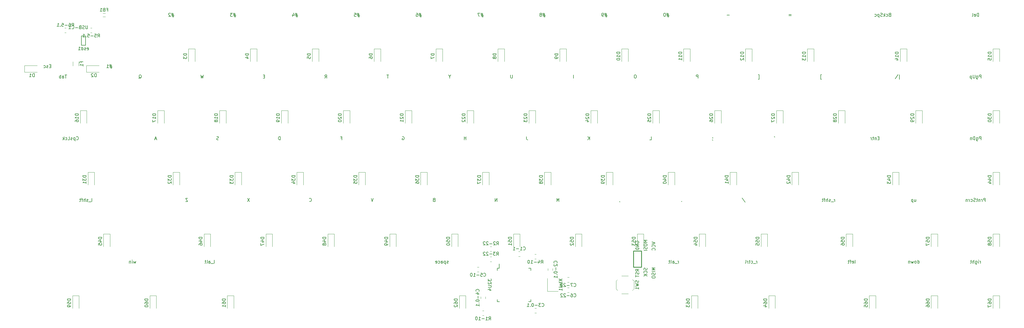
<source format=gbr>
G04 #@! TF.GenerationSoftware,KiCad,Pcbnew,(5.1.12)-1*
G04 #@! TF.CreationDate,2022-01-22T22:18:12+07:00*
G04 #@! TF.ProjectId,PCB,5043422e-6b69-4636-9164-5f7063625858,rev?*
G04 #@! TF.SameCoordinates,Original*
G04 #@! TF.FileFunction,Legend,Bot*
G04 #@! TF.FilePolarity,Positive*
%FSLAX46Y46*%
G04 Gerber Fmt 4.6, Leading zero omitted, Abs format (unit mm)*
G04 Created by KiCad (PCBNEW (5.1.12)-1) date 2022-01-22 22:18:12*
%MOMM*%
%LPD*%
G01*
G04 APERTURE LIST*
%ADD10C,0.120000*%
%ADD11C,0.250000*%
%ADD12C,0.150000*%
G04 APERTURE END LIST*
D10*
X51210242Y-24840000D02*
X50389758Y-24840000D01*
X51210242Y-25960000D02*
X50389758Y-25960000D01*
X190562500Y-110743750D02*
X187262500Y-110743750D01*
X187262500Y-110743750D02*
X187262500Y-106743750D01*
X208837500Y-110443750D02*
X208387500Y-109993750D01*
X208837500Y-107043750D02*
X208387500Y-107493750D01*
X213437500Y-107043750D02*
X213887500Y-107493750D01*
X213437500Y-110443750D02*
X213887500Y-109993750D01*
X212137500Y-105993750D02*
X210137500Y-105993750D01*
X208387500Y-109993750D02*
X208387500Y-107493750D01*
X212137500Y-111493750D02*
X210137500Y-111493750D01*
X213887500Y-109993750D02*
X213887500Y-107493750D01*
X39120814Y-29427500D02*
X38666686Y-29427500D01*
X39120814Y-30897500D02*
X38666686Y-30897500D01*
X46604186Y-30897500D02*
X47058314Y-30897500D01*
X46604186Y-29427500D02*
X47058314Y-29427500D01*
X183335436Y-100747500D02*
X183789564Y-100747500D01*
X183335436Y-99277500D02*
X183789564Y-99277500D01*
X170089564Y-100071250D02*
X169635436Y-100071250D01*
X170089564Y-101541250D02*
X169635436Y-101541250D01*
X170089564Y-96896250D02*
X169635436Y-96896250D01*
X170089564Y-98366250D02*
X169635436Y-98366250D01*
X167254186Y-118210000D02*
X167708314Y-118210000D01*
X167254186Y-116740000D02*
X167708314Y-116740000D01*
D11*
X213737500Y-103306250D02*
X216237500Y-103306250D01*
X213737500Y-98306250D02*
X213737500Y-103306250D01*
X216237500Y-98306250D02*
X213737500Y-98306250D01*
X216237500Y-103306250D02*
X216237500Y-98306250D01*
D10*
X42978750Y-41083314D02*
X42978750Y-39879186D01*
X41158750Y-41083314D02*
X41158750Y-39879186D01*
D12*
X45100000Y-34787500D02*
X43800000Y-34787500D01*
X45100000Y-31887500D02*
X45100000Y-34787500D01*
X43800000Y-31887500D02*
X45100000Y-31887500D01*
X43800000Y-31887500D02*
X43800000Y-34787500D01*
D10*
X324437500Y-112050000D02*
X326437500Y-112050000D01*
X326437500Y-112050000D02*
X326437500Y-115950000D01*
X324437500Y-112050000D02*
X324437500Y-115950000D01*
X305387500Y-112050000D02*
X307387500Y-112050000D01*
X307387500Y-112050000D02*
X307387500Y-115950000D01*
X305387500Y-112050000D02*
X305387500Y-115950000D01*
X286337500Y-112050000D02*
X288337500Y-112050000D01*
X288337500Y-112050000D02*
X288337500Y-115950000D01*
X286337500Y-112050000D02*
X286337500Y-115950000D01*
X255381250Y-112050000D02*
X257381250Y-112050000D01*
X257381250Y-112050000D02*
X257381250Y-115950000D01*
X255381250Y-112050000D02*
X255381250Y-115950000D01*
X231568750Y-112050000D02*
X233568750Y-112050000D01*
X233568750Y-112050000D02*
X233568750Y-115950000D01*
X231568750Y-112050000D02*
X231568750Y-115950000D01*
X160131250Y-112050000D02*
X162131250Y-112050000D01*
X162131250Y-112050000D02*
X162131250Y-115950000D01*
X160131250Y-112050000D02*
X160131250Y-115950000D01*
X88693750Y-112050000D02*
X90693750Y-112050000D01*
X90693750Y-112050000D02*
X90693750Y-115950000D01*
X88693750Y-112050000D02*
X88693750Y-115950000D01*
X64881250Y-112050000D02*
X66881250Y-112050000D01*
X66881250Y-112050000D02*
X66881250Y-115950000D01*
X64881250Y-112050000D02*
X64881250Y-115950000D01*
X41068750Y-112050000D02*
X43068750Y-112050000D01*
X43068750Y-112050000D02*
X43068750Y-115950000D01*
X41068750Y-112050000D02*
X41068750Y-115950000D01*
X324437500Y-93000000D02*
X326437500Y-93000000D01*
X326437500Y-93000000D02*
X326437500Y-96900000D01*
X324437500Y-93000000D02*
X324437500Y-96900000D01*
X305387500Y-93000000D02*
X307387500Y-93000000D01*
X307387500Y-93000000D02*
X307387500Y-96900000D01*
X305387500Y-93000000D02*
X305387500Y-96900000D01*
X279193750Y-93000000D02*
X281193750Y-93000000D01*
X281193750Y-93000000D02*
X281193750Y-96900000D01*
X279193750Y-93000000D02*
X279193750Y-96900000D01*
X253000000Y-93000000D02*
X255000000Y-93000000D01*
X255000000Y-93000000D02*
X255000000Y-96900000D01*
X253000000Y-93000000D02*
X253000000Y-96900000D01*
X233950000Y-93000000D02*
X235950000Y-93000000D01*
X235950000Y-93000000D02*
X235950000Y-96900000D01*
X233950000Y-93000000D02*
X233950000Y-96900000D01*
X214900000Y-93000000D02*
X216900000Y-93000000D01*
X216900000Y-93000000D02*
X216900000Y-96900000D01*
X214900000Y-93000000D02*
X214900000Y-96900000D01*
X195850000Y-93000000D02*
X197850000Y-93000000D01*
X197850000Y-93000000D02*
X197850000Y-96900000D01*
X195850000Y-93000000D02*
X195850000Y-96900000D01*
X176800000Y-93000000D02*
X178800000Y-93000000D01*
X178800000Y-93000000D02*
X178800000Y-96900000D01*
X176800000Y-93000000D02*
X176800000Y-96900000D01*
X157750000Y-93000000D02*
X159750000Y-93000000D01*
X159750000Y-93000000D02*
X159750000Y-96900000D01*
X157750000Y-93000000D02*
X157750000Y-96900000D01*
X138700000Y-93000000D02*
X140700000Y-93000000D01*
X140700000Y-93000000D02*
X140700000Y-96900000D01*
X138700000Y-93000000D02*
X138700000Y-96900000D01*
X119650000Y-93000000D02*
X121650000Y-93000000D01*
X121650000Y-93000000D02*
X121650000Y-96900000D01*
X119650000Y-93000000D02*
X119650000Y-96900000D01*
X100600000Y-93000000D02*
X102600000Y-93000000D01*
X102600000Y-93000000D02*
X102600000Y-96900000D01*
X100600000Y-93000000D02*
X100600000Y-96900000D01*
X81550000Y-93000000D02*
X83550000Y-93000000D01*
X83550000Y-93000000D02*
X83550000Y-96900000D01*
X81550000Y-93000000D02*
X81550000Y-96900000D01*
X50593750Y-93000000D02*
X52593750Y-93000000D01*
X52593750Y-93000000D02*
X52593750Y-96900000D01*
X50593750Y-93000000D02*
X50593750Y-96900000D01*
X324437500Y-73950000D02*
X326437500Y-73950000D01*
X326437500Y-73950000D02*
X326437500Y-77850000D01*
X324437500Y-73950000D02*
X324437500Y-77850000D01*
X293481250Y-73950000D02*
X295481250Y-73950000D01*
X295481250Y-73950000D02*
X295481250Y-77850000D01*
X293481250Y-73950000D02*
X293481250Y-77850000D01*
X262525000Y-73950000D02*
X264525000Y-73950000D01*
X264525000Y-73950000D02*
X264525000Y-77850000D01*
X262525000Y-73950000D02*
X262525000Y-77850000D01*
X243475000Y-73950000D02*
X245475000Y-73950000D01*
X245475000Y-73950000D02*
X245475000Y-77850000D01*
X243475000Y-73950000D02*
X243475000Y-77850000D01*
X224425000Y-73950000D02*
X226425000Y-73950000D01*
X226425000Y-73950000D02*
X226425000Y-77850000D01*
X224425000Y-73950000D02*
X224425000Y-77850000D01*
X205375000Y-73950000D02*
X207375000Y-73950000D01*
X207375000Y-73950000D02*
X207375000Y-77850000D01*
X205375000Y-73950000D02*
X205375000Y-77850000D01*
X186325000Y-73950000D02*
X188325000Y-73950000D01*
X188325000Y-73950000D02*
X188325000Y-77850000D01*
X186325000Y-73950000D02*
X186325000Y-77850000D01*
X167275000Y-73950000D02*
X169275000Y-73950000D01*
X169275000Y-73950000D02*
X169275000Y-77850000D01*
X167275000Y-73950000D02*
X167275000Y-77850000D01*
X148225000Y-73950000D02*
X150225000Y-73950000D01*
X150225000Y-73950000D02*
X150225000Y-77850000D01*
X148225000Y-73950000D02*
X148225000Y-77850000D01*
X129175000Y-73950000D02*
X131175000Y-73950000D01*
X131175000Y-73950000D02*
X131175000Y-77850000D01*
X129175000Y-73950000D02*
X129175000Y-77850000D01*
X110125000Y-73950000D02*
X112125000Y-73950000D01*
X112125000Y-73950000D02*
X112125000Y-77850000D01*
X110125000Y-73950000D02*
X110125000Y-77850000D01*
X91075000Y-73950000D02*
X93075000Y-73950000D01*
X93075000Y-73950000D02*
X93075000Y-77850000D01*
X91075000Y-73950000D02*
X91075000Y-77850000D01*
X72025000Y-73950000D02*
X74025000Y-73950000D01*
X74025000Y-73950000D02*
X74025000Y-77850000D01*
X72025000Y-73950000D02*
X72025000Y-77850000D01*
X45831250Y-73950000D02*
X47831250Y-73950000D01*
X47831250Y-73950000D02*
X47831250Y-77850000D01*
X45831250Y-73950000D02*
X45831250Y-77850000D01*
X324437500Y-54900000D02*
X326437500Y-54900000D01*
X326437500Y-54900000D02*
X326437500Y-58800000D01*
X324437500Y-54900000D02*
X324437500Y-58800000D01*
X300625000Y-54900000D02*
X302625000Y-54900000D01*
X302625000Y-54900000D02*
X302625000Y-58800000D01*
X300625000Y-54900000D02*
X300625000Y-58800000D01*
X276812500Y-54900000D02*
X278812500Y-54900000D01*
X278812500Y-54900000D02*
X278812500Y-58800000D01*
X276812500Y-54900000D02*
X276812500Y-58800000D01*
X257762500Y-54900000D02*
X259762500Y-54900000D01*
X259762500Y-54900000D02*
X259762500Y-58800000D01*
X257762500Y-54900000D02*
X257762500Y-58800000D01*
X238712500Y-54900000D02*
X240712500Y-54900000D01*
X240712500Y-54900000D02*
X240712500Y-58800000D01*
X238712500Y-54900000D02*
X238712500Y-58800000D01*
X219662500Y-54900000D02*
X221662500Y-54900000D01*
X221662500Y-54900000D02*
X221662500Y-58800000D01*
X219662500Y-54900000D02*
X219662500Y-58800000D01*
X200612500Y-54900000D02*
X202612500Y-54900000D01*
X202612500Y-54900000D02*
X202612500Y-58800000D01*
X200612500Y-54900000D02*
X200612500Y-58800000D01*
X181562500Y-54900000D02*
X183562500Y-54900000D01*
X183562500Y-54900000D02*
X183562500Y-58800000D01*
X181562500Y-54900000D02*
X181562500Y-58800000D01*
X162512500Y-54900000D02*
X164512500Y-54900000D01*
X164512500Y-54900000D02*
X164512500Y-58800000D01*
X162512500Y-54900000D02*
X162512500Y-58800000D01*
X143462500Y-54900000D02*
X145462500Y-54900000D01*
X145462500Y-54900000D02*
X145462500Y-58800000D01*
X143462500Y-54900000D02*
X143462500Y-58800000D01*
X124412500Y-54900000D02*
X126412500Y-54900000D01*
X126412500Y-54900000D02*
X126412500Y-58800000D01*
X124412500Y-54900000D02*
X124412500Y-58800000D01*
X105362500Y-54900000D02*
X107362500Y-54900000D01*
X107362500Y-54900000D02*
X107362500Y-58800000D01*
X105362500Y-54900000D02*
X105362500Y-58800000D01*
X86312500Y-54900000D02*
X88312500Y-54900000D01*
X88312500Y-54900000D02*
X88312500Y-58800000D01*
X86312500Y-54900000D02*
X86312500Y-58800000D01*
X67262500Y-54900000D02*
X69262500Y-54900000D01*
X69262500Y-54900000D02*
X69262500Y-58800000D01*
X67262500Y-54900000D02*
X67262500Y-58800000D01*
X43450000Y-54900000D02*
X45450000Y-54900000D01*
X45450000Y-54900000D02*
X45450000Y-58800000D01*
X43450000Y-54900000D02*
X43450000Y-58800000D01*
X324437500Y-35850000D02*
X326437500Y-35850000D01*
X326437500Y-35850000D02*
X326437500Y-39750000D01*
X324437500Y-35850000D02*
X324437500Y-39750000D01*
X295862500Y-35850000D02*
X297862500Y-35850000D01*
X297862500Y-35850000D02*
X297862500Y-39750000D01*
X295862500Y-35850000D02*
X295862500Y-39750000D01*
X267287500Y-35850000D02*
X269287500Y-35850000D01*
X269287500Y-35850000D02*
X269287500Y-39750000D01*
X267287500Y-35850000D02*
X267287500Y-39750000D01*
X248237500Y-35850000D02*
X250237500Y-35850000D01*
X250237500Y-35850000D02*
X250237500Y-39750000D01*
X248237500Y-35850000D02*
X248237500Y-39750000D01*
X229187500Y-35850000D02*
X231187500Y-35850000D01*
X231187500Y-35850000D02*
X231187500Y-39750000D01*
X229187500Y-35850000D02*
X229187500Y-39750000D01*
X210137500Y-35850000D02*
X212137500Y-35850000D01*
X212137500Y-35850000D02*
X212137500Y-39750000D01*
X210137500Y-35850000D02*
X210137500Y-39750000D01*
X191087500Y-35850000D02*
X193087500Y-35850000D01*
X193087500Y-35850000D02*
X193087500Y-39750000D01*
X191087500Y-35850000D02*
X191087500Y-39750000D01*
X172037500Y-35850000D02*
X174037500Y-35850000D01*
X174037500Y-35850000D02*
X174037500Y-39750000D01*
X172037500Y-35850000D02*
X172037500Y-39750000D01*
X152987500Y-35850000D02*
X154987500Y-35850000D01*
X154987500Y-35850000D02*
X154987500Y-39750000D01*
X152987500Y-35850000D02*
X152987500Y-39750000D01*
X133937500Y-35850000D02*
X135937500Y-35850000D01*
X135937500Y-35850000D02*
X135937500Y-39750000D01*
X133937500Y-35850000D02*
X133937500Y-39750000D01*
X114887500Y-35850000D02*
X116887500Y-35850000D01*
X116887500Y-35850000D02*
X116887500Y-39750000D01*
X114887500Y-35850000D02*
X114887500Y-39750000D01*
X95837500Y-35850000D02*
X97837500Y-35850000D01*
X97837500Y-35850000D02*
X97837500Y-39750000D01*
X95837500Y-35850000D02*
X95837500Y-39750000D01*
X76787500Y-35850000D02*
X78787500Y-35850000D01*
X78787500Y-35850000D02*
X78787500Y-39750000D01*
X76787500Y-35850000D02*
X76787500Y-39750000D01*
X45375000Y-43068750D02*
X45375000Y-41068750D01*
X45375000Y-41068750D02*
X49275000Y-41068750D01*
X45375000Y-43068750D02*
X49275000Y-43068750D01*
X26325000Y-43068750D02*
X26325000Y-41068750D01*
X26325000Y-41068750D02*
X30225000Y-41068750D01*
X26325000Y-43068750D02*
X30225000Y-43068750D01*
X193413748Y-107891250D02*
X193936252Y-107891250D01*
X193413748Y-106421250D02*
X193936252Y-106421250D01*
X193413748Y-111066250D02*
X193936252Y-111066250D01*
X193413748Y-109596250D02*
X193936252Y-109596250D01*
X165632498Y-104716250D02*
X166155002Y-104716250D01*
X165632498Y-103246250D02*
X166155002Y-103246250D01*
X166746250Y-112451248D02*
X166746250Y-112973752D01*
X168216250Y-112451248D02*
X168216250Y-112973752D01*
X183861252Y-115946250D02*
X183338748Y-115946250D01*
X183861252Y-117416250D02*
X183338748Y-117416250D01*
X188853750Y-104242502D02*
X188853750Y-103719998D01*
X187383750Y-104242502D02*
X187383750Y-103719998D01*
X178855002Y-98483750D02*
X178332498Y-98483750D01*
X178855002Y-99953750D02*
X178332498Y-99953750D01*
D12*
X171831250Y-103568750D02*
X172406250Y-103568750D01*
X171831250Y-113918750D02*
X172506250Y-113918750D01*
X182181250Y-113918750D02*
X181506250Y-113918750D01*
X182181250Y-103568750D02*
X181506250Y-103568750D01*
X171831250Y-103568750D02*
X171831250Y-104243750D01*
X182181250Y-103568750D02*
X182181250Y-104243750D01*
X182181250Y-113918750D02*
X182181250Y-113243750D01*
X171831250Y-113918750D02*
X171831250Y-113243750D01*
X172406250Y-103568750D02*
X172406250Y-102293750D01*
X51633333Y-23778571D02*
X51966666Y-23778571D01*
X51966666Y-24302380D02*
X51966666Y-23302380D01*
X51490476Y-23302380D01*
X50776190Y-23778571D02*
X50633333Y-23826190D01*
X50585714Y-23873809D01*
X50538095Y-23969047D01*
X50538095Y-24111904D01*
X50585714Y-24207142D01*
X50633333Y-24254761D01*
X50728571Y-24302380D01*
X51109523Y-24302380D01*
X51109523Y-23302380D01*
X50776190Y-23302380D01*
X50680952Y-23350000D01*
X50633333Y-23397619D01*
X50585714Y-23492857D01*
X50585714Y-23588095D01*
X50633333Y-23683333D01*
X50680952Y-23730952D01*
X50776190Y-23778571D01*
X51109523Y-23778571D01*
X49585714Y-24302380D02*
X50157142Y-24302380D01*
X49871428Y-24302380D02*
X49871428Y-23302380D01*
X49966666Y-23445238D01*
X50061904Y-23540476D01*
X50157142Y-23588095D01*
X227671130Y-102052380D02*
X227671130Y-101385714D01*
X227671130Y-101576190D02*
X227623511Y-101480952D01*
X227575892Y-101433333D01*
X227480654Y-101385714D01*
X227385416Y-101385714D01*
X227290178Y-102147619D02*
X226528273Y-102147619D01*
X225861607Y-102052380D02*
X225861607Y-101528571D01*
X225909226Y-101433333D01*
X226004464Y-101385714D01*
X226194940Y-101385714D01*
X226290178Y-101433333D01*
X225861607Y-102004761D02*
X225956845Y-102052380D01*
X226194940Y-102052380D01*
X226290178Y-102004761D01*
X226337797Y-101909523D01*
X226337797Y-101814285D01*
X226290178Y-101719047D01*
X226194940Y-101671428D01*
X225956845Y-101671428D01*
X225861607Y-101623809D01*
X225242559Y-102052380D02*
X225337797Y-102004761D01*
X225385416Y-101909523D01*
X225385416Y-101052380D01*
X225004464Y-101385714D02*
X224623511Y-101385714D01*
X224861607Y-101052380D02*
X224861607Y-101909523D01*
X224813988Y-102004761D01*
X224718750Y-102052380D01*
X224623511Y-102052380D01*
X156757440Y-102004761D02*
X156662202Y-102052380D01*
X156471726Y-102052380D01*
X156376488Y-102004761D01*
X156328869Y-101909523D01*
X156328869Y-101861904D01*
X156376488Y-101766666D01*
X156471726Y-101719047D01*
X156614583Y-101719047D01*
X156709821Y-101671428D01*
X156757440Y-101576190D01*
X156757440Y-101528571D01*
X156709821Y-101433333D01*
X156614583Y-101385714D01*
X156471726Y-101385714D01*
X156376488Y-101433333D01*
X155900297Y-101385714D02*
X155900297Y-102385714D01*
X155900297Y-101433333D02*
X155805059Y-101385714D01*
X155614583Y-101385714D01*
X155519345Y-101433333D01*
X155471726Y-101480952D01*
X155424107Y-101576190D01*
X155424107Y-101861904D01*
X155471726Y-101957142D01*
X155519345Y-102004761D01*
X155614583Y-102052380D01*
X155805059Y-102052380D01*
X155900297Y-102004761D01*
X154566964Y-102052380D02*
X154566964Y-101528571D01*
X154614583Y-101433333D01*
X154709821Y-101385714D01*
X154900297Y-101385714D01*
X154995535Y-101433333D01*
X154566964Y-102004761D02*
X154662202Y-102052380D01*
X154900297Y-102052380D01*
X154995535Y-102004761D01*
X155043154Y-101909523D01*
X155043154Y-101814285D01*
X154995535Y-101719047D01*
X154900297Y-101671428D01*
X154662202Y-101671428D01*
X154566964Y-101623809D01*
X153662202Y-102004761D02*
X153757440Y-102052380D01*
X153947916Y-102052380D01*
X154043154Y-102004761D01*
X154090773Y-101957142D01*
X154138392Y-101861904D01*
X154138392Y-101576190D01*
X154090773Y-101480952D01*
X154043154Y-101433333D01*
X153947916Y-101385714D01*
X153757440Y-101385714D01*
X153662202Y-101433333D01*
X152852678Y-102004761D02*
X152947916Y-102052380D01*
X153138392Y-102052380D01*
X153233630Y-102004761D01*
X153281250Y-101909523D01*
X153281250Y-101528571D01*
X153233630Y-101433333D01*
X153138392Y-101385714D01*
X152947916Y-101385714D01*
X152852678Y-101433333D01*
X152805059Y-101528571D01*
X152805059Y-101623809D01*
X153281250Y-101719047D01*
X190814880Y-106934226D02*
X191814880Y-107600892D01*
X190814880Y-107600892D02*
X191814880Y-106934226D01*
X191148214Y-107838988D02*
X191148214Y-108219940D01*
X190814880Y-107981845D02*
X191672023Y-107981845D01*
X191767261Y-108029464D01*
X191814880Y-108124702D01*
X191814880Y-108219940D01*
X191814880Y-108981845D02*
X191291071Y-108981845D01*
X191195833Y-108934226D01*
X191148214Y-108838988D01*
X191148214Y-108648511D01*
X191195833Y-108553273D01*
X191767261Y-108981845D02*
X191814880Y-108886607D01*
X191814880Y-108648511D01*
X191767261Y-108553273D01*
X191672023Y-108505654D01*
X191576785Y-108505654D01*
X191481547Y-108553273D01*
X191433928Y-108648511D01*
X191433928Y-108886607D01*
X191386309Y-108981845D01*
X191814880Y-109600892D02*
X191767261Y-109505654D01*
X191672023Y-109458035D01*
X190814880Y-109458035D01*
X191814880Y-110505654D02*
X191814880Y-109934226D01*
X191814880Y-110219940D02*
X190814880Y-110219940D01*
X190957738Y-110124702D01*
X191052976Y-110029464D01*
X191100595Y-109934226D01*
X45719642Y-28702380D02*
X45719642Y-29511904D01*
X45672023Y-29607142D01*
X45624404Y-29654761D01*
X45529166Y-29702380D01*
X45338690Y-29702380D01*
X45243452Y-29654761D01*
X45195833Y-29607142D01*
X45148214Y-29511904D01*
X45148214Y-28702380D01*
X44719642Y-29654761D02*
X44576785Y-29702380D01*
X44338690Y-29702380D01*
X44243452Y-29654761D01*
X44195833Y-29607142D01*
X44148214Y-29511904D01*
X44148214Y-29416666D01*
X44195833Y-29321428D01*
X44243452Y-29273809D01*
X44338690Y-29226190D01*
X44529166Y-29178571D01*
X44624404Y-29130952D01*
X44672023Y-29083333D01*
X44719642Y-28988095D01*
X44719642Y-28892857D01*
X44672023Y-28797619D01*
X44624404Y-28750000D01*
X44529166Y-28702380D01*
X44291071Y-28702380D01*
X44148214Y-28750000D01*
X43386309Y-29178571D02*
X43243452Y-29226190D01*
X43195833Y-29273809D01*
X43148214Y-29369047D01*
X43148214Y-29511904D01*
X43195833Y-29607142D01*
X43243452Y-29654761D01*
X43338690Y-29702380D01*
X43719642Y-29702380D01*
X43719642Y-28702380D01*
X43386309Y-28702380D01*
X43291071Y-28750000D01*
X43243452Y-28797619D01*
X43195833Y-28892857D01*
X43195833Y-28988095D01*
X43243452Y-29083333D01*
X43291071Y-29130952D01*
X43386309Y-29178571D01*
X43719642Y-29178571D01*
X42719642Y-29321428D02*
X41957738Y-29321428D01*
X40910119Y-29607142D02*
X40957738Y-29654761D01*
X41100595Y-29702380D01*
X41195833Y-29702380D01*
X41338690Y-29654761D01*
X41433928Y-29559523D01*
X41481547Y-29464285D01*
X41529166Y-29273809D01*
X41529166Y-29130952D01*
X41481547Y-28940476D01*
X41433928Y-28845238D01*
X41338690Y-28750000D01*
X41195833Y-28702380D01*
X41100595Y-28702380D01*
X40957738Y-28750000D01*
X40910119Y-28797619D01*
X39957738Y-29702380D02*
X40529166Y-29702380D01*
X40243452Y-29702380D02*
X40243452Y-28702380D01*
X40338690Y-28845238D01*
X40433928Y-28940476D01*
X40529166Y-28988095D01*
X215292261Y-107410416D02*
X215339880Y-107553273D01*
X215339880Y-107791369D01*
X215292261Y-107886607D01*
X215244642Y-107934226D01*
X215149404Y-107981845D01*
X215054166Y-107981845D01*
X214958928Y-107934226D01*
X214911309Y-107886607D01*
X214863690Y-107791369D01*
X214816071Y-107600892D01*
X214768452Y-107505654D01*
X214720833Y-107458035D01*
X214625595Y-107410416D01*
X214530357Y-107410416D01*
X214435119Y-107458035D01*
X214387500Y-107505654D01*
X214339880Y-107600892D01*
X214339880Y-107838988D01*
X214387500Y-107981845D01*
X214339880Y-108315178D02*
X215339880Y-108553273D01*
X214625595Y-108743750D01*
X215339880Y-108934226D01*
X214339880Y-109172321D01*
X215339880Y-110077083D02*
X215339880Y-109505654D01*
X215339880Y-109791369D02*
X214339880Y-109791369D01*
X214482738Y-109696130D01*
X214577976Y-109600892D01*
X214625595Y-109505654D01*
X40869940Y-28964880D02*
X41203273Y-28488690D01*
X41441369Y-28964880D02*
X41441369Y-27964880D01*
X41060416Y-27964880D01*
X40965178Y-28012500D01*
X40917559Y-28060119D01*
X40869940Y-28155357D01*
X40869940Y-28298214D01*
X40917559Y-28393452D01*
X40965178Y-28441071D01*
X41060416Y-28488690D01*
X41441369Y-28488690D01*
X40012797Y-27964880D02*
X40203273Y-27964880D01*
X40298511Y-28012500D01*
X40346130Y-28060119D01*
X40441369Y-28202976D01*
X40488988Y-28393452D01*
X40488988Y-28774404D01*
X40441369Y-28869642D01*
X40393750Y-28917261D01*
X40298511Y-28964880D01*
X40108035Y-28964880D01*
X40012797Y-28917261D01*
X39965178Y-28869642D01*
X39917559Y-28774404D01*
X39917559Y-28536309D01*
X39965178Y-28441071D01*
X40012797Y-28393452D01*
X40108035Y-28345833D01*
X40298511Y-28345833D01*
X40393750Y-28393452D01*
X40441369Y-28441071D01*
X40488988Y-28536309D01*
X39488988Y-28583928D02*
X38727083Y-28583928D01*
X37774702Y-27964880D02*
X38250892Y-27964880D01*
X38298511Y-28441071D01*
X38250892Y-28393452D01*
X38155654Y-28345833D01*
X37917559Y-28345833D01*
X37822321Y-28393452D01*
X37774702Y-28441071D01*
X37727083Y-28536309D01*
X37727083Y-28774404D01*
X37774702Y-28869642D01*
X37822321Y-28917261D01*
X37917559Y-28964880D01*
X38155654Y-28964880D01*
X38250892Y-28917261D01*
X38298511Y-28869642D01*
X37298511Y-28869642D02*
X37250892Y-28917261D01*
X37298511Y-28964880D01*
X37346130Y-28917261D01*
X37298511Y-28869642D01*
X37298511Y-28964880D01*
X36298511Y-28964880D02*
X36869940Y-28964880D01*
X36584226Y-28964880D02*
X36584226Y-27964880D01*
X36679464Y-28107738D01*
X36774702Y-28202976D01*
X36869940Y-28250595D01*
X48807440Y-32264880D02*
X49140773Y-31788690D01*
X49378869Y-32264880D02*
X49378869Y-31264880D01*
X48997916Y-31264880D01*
X48902678Y-31312500D01*
X48855059Y-31360119D01*
X48807440Y-31455357D01*
X48807440Y-31598214D01*
X48855059Y-31693452D01*
X48902678Y-31741071D01*
X48997916Y-31788690D01*
X49378869Y-31788690D01*
X47902678Y-31264880D02*
X48378869Y-31264880D01*
X48426488Y-31741071D01*
X48378869Y-31693452D01*
X48283630Y-31645833D01*
X48045535Y-31645833D01*
X47950297Y-31693452D01*
X47902678Y-31741071D01*
X47855059Y-31836309D01*
X47855059Y-32074404D01*
X47902678Y-32169642D01*
X47950297Y-32217261D01*
X48045535Y-32264880D01*
X48283630Y-32264880D01*
X48378869Y-32217261D01*
X48426488Y-32169642D01*
X47426488Y-31883928D02*
X46664583Y-31883928D01*
X45712202Y-31264880D02*
X46188392Y-31264880D01*
X46236011Y-31741071D01*
X46188392Y-31693452D01*
X46093154Y-31645833D01*
X45855059Y-31645833D01*
X45759821Y-31693452D01*
X45712202Y-31741071D01*
X45664583Y-31836309D01*
X45664583Y-32074404D01*
X45712202Y-32169642D01*
X45759821Y-32217261D01*
X45855059Y-32264880D01*
X46093154Y-32264880D01*
X46188392Y-32217261D01*
X46236011Y-32169642D01*
X45236011Y-32169642D02*
X45188392Y-32217261D01*
X45236011Y-32264880D01*
X45283630Y-32217261D01*
X45236011Y-32169642D01*
X45236011Y-32264880D01*
X44236011Y-32264880D02*
X44807440Y-32264880D01*
X44521726Y-32264880D02*
X44521726Y-31264880D01*
X44616964Y-31407738D01*
X44712202Y-31502976D01*
X44807440Y-31550595D01*
X185300595Y-102114880D02*
X185633928Y-101638690D01*
X185872023Y-102114880D02*
X185872023Y-101114880D01*
X185491071Y-101114880D01*
X185395833Y-101162500D01*
X185348214Y-101210119D01*
X185300595Y-101305357D01*
X185300595Y-101448214D01*
X185348214Y-101543452D01*
X185395833Y-101591071D01*
X185491071Y-101638690D01*
X185872023Y-101638690D01*
X184443452Y-101448214D02*
X184443452Y-102114880D01*
X184681547Y-101067261D02*
X184919642Y-101781547D01*
X184300595Y-101781547D01*
X183919642Y-101733928D02*
X183157738Y-101733928D01*
X182157738Y-102114880D02*
X182729166Y-102114880D01*
X182443452Y-102114880D02*
X182443452Y-101114880D01*
X182538690Y-101257738D01*
X182633928Y-101352976D01*
X182729166Y-101400595D01*
X181538690Y-101114880D02*
X181443452Y-101114880D01*
X181348214Y-101162500D01*
X181300595Y-101210119D01*
X181252976Y-101305357D01*
X181205357Y-101495833D01*
X181205357Y-101733928D01*
X181252976Y-101924404D01*
X181300595Y-102019642D01*
X181348214Y-102067261D01*
X181443452Y-102114880D01*
X181538690Y-102114880D01*
X181633928Y-102067261D01*
X181681547Y-102019642D01*
X181729166Y-101924404D01*
X181776785Y-101733928D01*
X181776785Y-101495833D01*
X181729166Y-101305357D01*
X181681547Y-101210119D01*
X181633928Y-101162500D01*
X181538690Y-101114880D01*
X171600595Y-99608630D02*
X171933928Y-99132440D01*
X172172023Y-99608630D02*
X172172023Y-98608630D01*
X171791071Y-98608630D01*
X171695833Y-98656250D01*
X171648214Y-98703869D01*
X171600595Y-98799107D01*
X171600595Y-98941964D01*
X171648214Y-99037202D01*
X171695833Y-99084821D01*
X171791071Y-99132440D01*
X172172023Y-99132440D01*
X171267261Y-98608630D02*
X170648214Y-98608630D01*
X170981547Y-98989583D01*
X170838690Y-98989583D01*
X170743452Y-99037202D01*
X170695833Y-99084821D01*
X170648214Y-99180059D01*
X170648214Y-99418154D01*
X170695833Y-99513392D01*
X170743452Y-99561011D01*
X170838690Y-99608630D01*
X171124404Y-99608630D01*
X171219642Y-99561011D01*
X171267261Y-99513392D01*
X170219642Y-99227678D02*
X169457738Y-99227678D01*
X169029166Y-98703869D02*
X168981547Y-98656250D01*
X168886309Y-98608630D01*
X168648214Y-98608630D01*
X168552976Y-98656250D01*
X168505357Y-98703869D01*
X168457738Y-98799107D01*
X168457738Y-98894345D01*
X168505357Y-99037202D01*
X169076785Y-99608630D01*
X168457738Y-99608630D01*
X168076785Y-98703869D02*
X168029166Y-98656250D01*
X167933928Y-98608630D01*
X167695833Y-98608630D01*
X167600595Y-98656250D01*
X167552976Y-98703869D01*
X167505357Y-98799107D01*
X167505357Y-98894345D01*
X167552976Y-99037202D01*
X168124404Y-99608630D01*
X167505357Y-99608630D01*
X171600595Y-96433630D02*
X171933928Y-95957440D01*
X172172023Y-96433630D02*
X172172023Y-95433630D01*
X171791071Y-95433630D01*
X171695833Y-95481250D01*
X171648214Y-95528869D01*
X171600595Y-95624107D01*
X171600595Y-95766964D01*
X171648214Y-95862202D01*
X171695833Y-95909821D01*
X171791071Y-95957440D01*
X172172023Y-95957440D01*
X171219642Y-95528869D02*
X171172023Y-95481250D01*
X171076785Y-95433630D01*
X170838690Y-95433630D01*
X170743452Y-95481250D01*
X170695833Y-95528869D01*
X170648214Y-95624107D01*
X170648214Y-95719345D01*
X170695833Y-95862202D01*
X171267261Y-96433630D01*
X170648214Y-96433630D01*
X170219642Y-96052678D02*
X169457738Y-96052678D01*
X169029166Y-95528869D02*
X168981547Y-95481250D01*
X168886309Y-95433630D01*
X168648214Y-95433630D01*
X168552976Y-95481250D01*
X168505357Y-95528869D01*
X168457738Y-95624107D01*
X168457738Y-95719345D01*
X168505357Y-95862202D01*
X169076785Y-96433630D01*
X168457738Y-96433630D01*
X168076785Y-95528869D02*
X168029166Y-95481250D01*
X167933928Y-95433630D01*
X167695833Y-95433630D01*
X167600595Y-95481250D01*
X167552976Y-95528869D01*
X167505357Y-95624107D01*
X167505357Y-95719345D01*
X167552976Y-95862202D01*
X168124404Y-96433630D01*
X167505357Y-96433630D01*
X169219345Y-119577380D02*
X169552678Y-119101190D01*
X169790773Y-119577380D02*
X169790773Y-118577380D01*
X169409821Y-118577380D01*
X169314583Y-118625000D01*
X169266964Y-118672619D01*
X169219345Y-118767857D01*
X169219345Y-118910714D01*
X169266964Y-119005952D01*
X169314583Y-119053571D01*
X169409821Y-119101190D01*
X169790773Y-119101190D01*
X168266964Y-119577380D02*
X168838392Y-119577380D01*
X168552678Y-119577380D02*
X168552678Y-118577380D01*
X168647916Y-118720238D01*
X168743154Y-118815476D01*
X168838392Y-118863095D01*
X167838392Y-119196428D02*
X167076488Y-119196428D01*
X166076488Y-119577380D02*
X166647916Y-119577380D01*
X166362202Y-119577380D02*
X166362202Y-118577380D01*
X166457440Y-118720238D01*
X166552678Y-118815476D01*
X166647916Y-118863095D01*
X165457440Y-118577380D02*
X165362202Y-118577380D01*
X165266964Y-118625000D01*
X165219345Y-118672619D01*
X165171726Y-118767857D01*
X165124107Y-118958333D01*
X165124107Y-119196428D01*
X165171726Y-119386904D01*
X165219345Y-119482142D01*
X165266964Y-119529761D01*
X165362202Y-119577380D01*
X165457440Y-119577380D01*
X165552678Y-119529761D01*
X165600297Y-119482142D01*
X165647916Y-119386904D01*
X165695535Y-119196428D01*
X165695535Y-118958333D01*
X165647916Y-118767857D01*
X165600297Y-118672619D01*
X165552678Y-118625000D01*
X165457440Y-118577380D01*
X320587500Y-102052380D02*
X320587500Y-101385714D01*
X320587500Y-101576190D02*
X320539880Y-101480952D01*
X320492261Y-101433333D01*
X320397023Y-101385714D01*
X320301785Y-101385714D01*
X319968452Y-102052380D02*
X319968452Y-101385714D01*
X319968452Y-101052380D02*
X320016071Y-101100000D01*
X319968452Y-101147619D01*
X319920833Y-101100000D01*
X319968452Y-101052380D01*
X319968452Y-101147619D01*
X319063690Y-101385714D02*
X319063690Y-102195238D01*
X319111309Y-102290476D01*
X319158928Y-102338095D01*
X319254166Y-102385714D01*
X319397023Y-102385714D01*
X319492261Y-102338095D01*
X319063690Y-102004761D02*
X319158928Y-102052380D01*
X319349404Y-102052380D01*
X319444642Y-102004761D01*
X319492261Y-101957142D01*
X319539880Y-101861904D01*
X319539880Y-101576190D01*
X319492261Y-101480952D01*
X319444642Y-101433333D01*
X319349404Y-101385714D01*
X319158928Y-101385714D01*
X319063690Y-101433333D01*
X318587500Y-102052380D02*
X318587500Y-101052380D01*
X318158928Y-102052380D02*
X318158928Y-101528571D01*
X318206547Y-101433333D01*
X318301785Y-101385714D01*
X318444642Y-101385714D01*
X318539880Y-101433333D01*
X318587500Y-101480952D01*
X317825595Y-101385714D02*
X317444642Y-101385714D01*
X317682738Y-101052380D02*
X317682738Y-101909523D01*
X317635119Y-102004761D01*
X317539880Y-102052380D01*
X317444642Y-102052380D01*
X301251785Y-102052380D02*
X301251785Y-101052380D01*
X301251785Y-102004761D02*
X301347023Y-102052380D01*
X301537500Y-102052380D01*
X301632738Y-102004761D01*
X301680357Y-101957142D01*
X301727976Y-101861904D01*
X301727976Y-101576190D01*
X301680357Y-101480952D01*
X301632738Y-101433333D01*
X301537500Y-101385714D01*
X301347023Y-101385714D01*
X301251785Y-101433333D01*
X300632738Y-102052380D02*
X300727976Y-102004761D01*
X300775595Y-101957142D01*
X300823214Y-101861904D01*
X300823214Y-101576190D01*
X300775595Y-101480952D01*
X300727976Y-101433333D01*
X300632738Y-101385714D01*
X300489880Y-101385714D01*
X300394642Y-101433333D01*
X300347023Y-101480952D01*
X300299404Y-101576190D01*
X300299404Y-101861904D01*
X300347023Y-101957142D01*
X300394642Y-102004761D01*
X300489880Y-102052380D01*
X300632738Y-102052380D01*
X299966071Y-101385714D02*
X299775595Y-102052380D01*
X299585119Y-101576190D01*
X299394642Y-102052380D01*
X299204166Y-101385714D01*
X298823214Y-101385714D02*
X298823214Y-102052380D01*
X298823214Y-101480952D02*
X298775595Y-101433333D01*
X298680357Y-101385714D01*
X298537500Y-101385714D01*
X298442261Y-101433333D01*
X298394642Y-101528571D01*
X298394642Y-102052380D01*
X281868452Y-102052380D02*
X281963690Y-102004761D01*
X282011309Y-101909523D01*
X282011309Y-101052380D01*
X281106547Y-102004761D02*
X281201785Y-102052380D01*
X281392261Y-102052380D01*
X281487500Y-102004761D01*
X281535119Y-101909523D01*
X281535119Y-101528571D01*
X281487500Y-101433333D01*
X281392261Y-101385714D01*
X281201785Y-101385714D01*
X281106547Y-101433333D01*
X281058928Y-101528571D01*
X281058928Y-101623809D01*
X281535119Y-101719047D01*
X280773214Y-101385714D02*
X280392261Y-101385714D01*
X280630357Y-102052380D02*
X280630357Y-101195238D01*
X280582738Y-101100000D01*
X280487500Y-101052380D01*
X280392261Y-101052380D01*
X280201785Y-101385714D02*
X279820833Y-101385714D01*
X280058928Y-101052380D02*
X280058928Y-101909523D01*
X280011309Y-102004761D01*
X279916071Y-102052380D01*
X279820833Y-102052380D01*
X251769345Y-102052380D02*
X251769345Y-101385714D01*
X251769345Y-101576190D02*
X251721726Y-101480952D01*
X251674107Y-101433333D01*
X251578869Y-101385714D01*
X251483630Y-101385714D01*
X251388392Y-102147619D02*
X250626488Y-102147619D01*
X249959821Y-102004761D02*
X250055059Y-102052380D01*
X250245535Y-102052380D01*
X250340773Y-102004761D01*
X250388392Y-101957142D01*
X250436011Y-101861904D01*
X250436011Y-101576190D01*
X250388392Y-101480952D01*
X250340773Y-101433333D01*
X250245535Y-101385714D01*
X250055059Y-101385714D01*
X249959821Y-101433333D01*
X249674107Y-101385714D02*
X249293154Y-101385714D01*
X249531250Y-101052380D02*
X249531250Y-101909523D01*
X249483630Y-102004761D01*
X249388392Y-102052380D01*
X249293154Y-102052380D01*
X248959821Y-102052380D02*
X248959821Y-101385714D01*
X248959821Y-101576190D02*
X248912202Y-101480952D01*
X248864583Y-101433333D01*
X248769345Y-101385714D01*
X248674107Y-101385714D01*
X248197916Y-102052380D02*
X248293154Y-102004761D01*
X248340773Y-101909523D01*
X248340773Y-101052380D01*
X84605654Y-102052380D02*
X84700892Y-102004761D01*
X84748511Y-101909523D01*
X84748511Y-101052380D01*
X84462797Y-102147619D02*
X83700892Y-102147619D01*
X83034226Y-102052380D02*
X83034226Y-101528571D01*
X83081845Y-101433333D01*
X83177083Y-101385714D01*
X83367559Y-101385714D01*
X83462797Y-101433333D01*
X83034226Y-102004761D02*
X83129464Y-102052380D01*
X83367559Y-102052380D01*
X83462797Y-102004761D01*
X83510416Y-101909523D01*
X83510416Y-101814285D01*
X83462797Y-101719047D01*
X83367559Y-101671428D01*
X83129464Y-101671428D01*
X83034226Y-101623809D01*
X82415178Y-102052380D02*
X82510416Y-102004761D01*
X82558035Y-101909523D01*
X82558035Y-101052380D01*
X82177083Y-101385714D02*
X81796130Y-101385714D01*
X82034226Y-101052380D02*
X82034226Y-101909523D01*
X81986607Y-102004761D01*
X81891369Y-102052380D01*
X81796130Y-102052380D01*
X60602678Y-101385714D02*
X60412202Y-102052380D01*
X60221726Y-101576190D01*
X60031250Y-102052380D01*
X59840773Y-101385714D01*
X59459821Y-102052380D02*
X59459821Y-101385714D01*
X59459821Y-101052380D02*
X59507440Y-101100000D01*
X59459821Y-101147619D01*
X59412202Y-101100000D01*
X59459821Y-101052380D01*
X59459821Y-101147619D01*
X58983630Y-101385714D02*
X58983630Y-102052380D01*
X58983630Y-101480952D02*
X58936011Y-101433333D01*
X58840773Y-101385714D01*
X58697916Y-101385714D01*
X58602678Y-101433333D01*
X58555059Y-101528571D01*
X58555059Y-102052380D01*
X322063690Y-83002380D02*
X322063690Y-82002380D01*
X321682738Y-82002380D01*
X321587500Y-82050000D01*
X321539880Y-82097619D01*
X321492261Y-82192857D01*
X321492261Y-82335714D01*
X321539880Y-82430952D01*
X321587500Y-82478571D01*
X321682738Y-82526190D01*
X322063690Y-82526190D01*
X321063690Y-83002380D02*
X321063690Y-82335714D01*
X321063690Y-82526190D02*
X321016071Y-82430952D01*
X320968452Y-82383333D01*
X320873214Y-82335714D01*
X320777976Y-82335714D01*
X320444642Y-82335714D02*
X320444642Y-83002380D01*
X320444642Y-82430952D02*
X320397023Y-82383333D01*
X320301785Y-82335714D01*
X320158928Y-82335714D01*
X320063690Y-82383333D01*
X320016071Y-82478571D01*
X320016071Y-83002380D01*
X319682738Y-82335714D02*
X319301785Y-82335714D01*
X319539880Y-82002380D02*
X319539880Y-82859523D01*
X319492261Y-82954761D01*
X319397023Y-83002380D01*
X319301785Y-83002380D01*
X319016071Y-82954761D02*
X318873214Y-83002380D01*
X318635119Y-83002380D01*
X318539880Y-82954761D01*
X318492261Y-82907142D01*
X318444642Y-82811904D01*
X318444642Y-82716666D01*
X318492261Y-82621428D01*
X318539880Y-82573809D01*
X318635119Y-82526190D01*
X318825595Y-82478571D01*
X318920833Y-82430952D01*
X318968452Y-82383333D01*
X319016071Y-82288095D01*
X319016071Y-82192857D01*
X318968452Y-82097619D01*
X318920833Y-82050000D01*
X318825595Y-82002380D01*
X318587500Y-82002380D01*
X318444642Y-82050000D01*
X317587500Y-82954761D02*
X317682738Y-83002380D01*
X317873214Y-83002380D01*
X317968452Y-82954761D01*
X318016071Y-82907142D01*
X318063690Y-82811904D01*
X318063690Y-82526190D01*
X318016071Y-82430952D01*
X317968452Y-82383333D01*
X317873214Y-82335714D01*
X317682738Y-82335714D01*
X317587500Y-82383333D01*
X317158928Y-83002380D02*
X317158928Y-82335714D01*
X317158928Y-82526190D02*
X317111309Y-82430952D01*
X317063690Y-82383333D01*
X316968452Y-82335714D01*
X316873214Y-82335714D01*
X316539880Y-82335714D02*
X316539880Y-83002380D01*
X316539880Y-82430952D02*
X316492261Y-82383333D01*
X316397023Y-82335714D01*
X316254166Y-82335714D01*
X316158928Y-82383333D01*
X316111309Y-82478571D01*
X316111309Y-83002380D01*
X300275595Y-82335714D02*
X300275595Y-83002380D01*
X300704166Y-82335714D02*
X300704166Y-82859523D01*
X300656547Y-82954761D01*
X300561309Y-83002380D01*
X300418452Y-83002380D01*
X300323214Y-82954761D01*
X300275595Y-82907142D01*
X299799404Y-82335714D02*
X299799404Y-83335714D01*
X299799404Y-82383333D02*
X299704166Y-82335714D01*
X299513690Y-82335714D01*
X299418452Y-82383333D01*
X299370833Y-82430952D01*
X299323214Y-82526190D01*
X299323214Y-82811904D01*
X299370833Y-82907142D01*
X299418452Y-82954761D01*
X299513690Y-83002380D01*
X299704166Y-83002380D01*
X299799404Y-82954761D01*
X275724702Y-83002380D02*
X275724702Y-82335714D01*
X275724702Y-82526190D02*
X275677083Y-82430952D01*
X275629464Y-82383333D01*
X275534226Y-82335714D01*
X275438988Y-82335714D01*
X275343750Y-83097619D02*
X274581845Y-83097619D01*
X274391369Y-82954761D02*
X274296130Y-83002380D01*
X274105654Y-83002380D01*
X274010416Y-82954761D01*
X273962797Y-82859523D01*
X273962797Y-82811904D01*
X274010416Y-82716666D01*
X274105654Y-82669047D01*
X274248511Y-82669047D01*
X274343750Y-82621428D01*
X274391369Y-82526190D01*
X274391369Y-82478571D01*
X274343750Y-82383333D01*
X274248511Y-82335714D01*
X274105654Y-82335714D01*
X274010416Y-82383333D01*
X273534226Y-83002380D02*
X273534226Y-82002380D01*
X273105654Y-83002380D02*
X273105654Y-82478571D01*
X273153273Y-82383333D01*
X273248511Y-82335714D01*
X273391369Y-82335714D01*
X273486607Y-82383333D01*
X273534226Y-82430952D01*
X272772321Y-82335714D02*
X272391369Y-82335714D01*
X272629464Y-83002380D02*
X272629464Y-82145238D01*
X272581845Y-82050000D01*
X272486607Y-82002380D01*
X272391369Y-82002380D01*
X272200892Y-82335714D02*
X271819940Y-82335714D01*
X272058035Y-82002380D02*
X272058035Y-82859523D01*
X272010416Y-82954761D01*
X271915178Y-83002380D01*
X271819940Y-83002380D01*
X247221428Y-81954761D02*
X248078571Y-83240476D01*
X228600000Y-82907142D02*
X228552380Y-82954761D01*
X228600000Y-83002380D01*
X228647619Y-82954761D01*
X228600000Y-82907142D01*
X228600000Y-83002380D01*
X209502380Y-82954761D02*
X209502380Y-83002380D01*
X209550000Y-83097619D01*
X209597619Y-83145238D01*
X190833333Y-83002380D02*
X190833333Y-82002380D01*
X190500000Y-82716666D01*
X190166666Y-82002380D01*
X190166666Y-83002380D01*
X171735714Y-83002380D02*
X171735714Y-82002380D01*
X171164285Y-83002380D01*
X171164285Y-82002380D01*
X152328571Y-82478571D02*
X152185714Y-82526190D01*
X152138095Y-82573809D01*
X152090476Y-82669047D01*
X152090476Y-82811904D01*
X152138095Y-82907142D01*
X152185714Y-82954761D01*
X152280952Y-83002380D01*
X152661904Y-83002380D01*
X152661904Y-82002380D01*
X152328571Y-82002380D01*
X152233333Y-82050000D01*
X152185714Y-82097619D01*
X152138095Y-82192857D01*
X152138095Y-82288095D01*
X152185714Y-82383333D01*
X152233333Y-82430952D01*
X152328571Y-82478571D01*
X152661904Y-82478571D01*
X133683333Y-82002380D02*
X133350000Y-83002380D01*
X133016666Y-82002380D01*
X113990476Y-82907142D02*
X114038095Y-82954761D01*
X114180952Y-83002380D01*
X114276190Y-83002380D01*
X114419047Y-82954761D01*
X114514285Y-82859523D01*
X114561904Y-82764285D01*
X114609523Y-82573809D01*
X114609523Y-82430952D01*
X114561904Y-82240476D01*
X114514285Y-82145238D01*
X114419047Y-82050000D01*
X114276190Y-82002380D01*
X114180952Y-82002380D01*
X114038095Y-82050000D01*
X113990476Y-82097619D01*
X95583333Y-82002380D02*
X94916666Y-83002380D01*
X94916666Y-82002380D02*
X95583333Y-83002380D01*
X76533333Y-82002380D02*
X75866666Y-82002380D01*
X76533333Y-83002380D01*
X75866666Y-83002380D01*
X46934226Y-83002380D02*
X47029464Y-82954761D01*
X47077083Y-82859523D01*
X47077083Y-82002380D01*
X46791369Y-83097619D02*
X46029464Y-83097619D01*
X45838988Y-82954761D02*
X45743750Y-83002380D01*
X45553273Y-83002380D01*
X45458035Y-82954761D01*
X45410416Y-82859523D01*
X45410416Y-82811904D01*
X45458035Y-82716666D01*
X45553273Y-82669047D01*
X45696130Y-82669047D01*
X45791369Y-82621428D01*
X45838988Y-82526190D01*
X45838988Y-82478571D01*
X45791369Y-82383333D01*
X45696130Y-82335714D01*
X45553273Y-82335714D01*
X45458035Y-82383333D01*
X44981845Y-83002380D02*
X44981845Y-82002380D01*
X44553273Y-83002380D02*
X44553273Y-82478571D01*
X44600892Y-82383333D01*
X44696130Y-82335714D01*
X44838988Y-82335714D01*
X44934226Y-82383333D01*
X44981845Y-82430952D01*
X44219940Y-82335714D02*
X43838988Y-82335714D01*
X44077083Y-83002380D02*
X44077083Y-82145238D01*
X44029464Y-82050000D01*
X43934226Y-82002380D01*
X43838988Y-82002380D01*
X43648511Y-82335714D02*
X43267559Y-82335714D01*
X43505654Y-82002380D02*
X43505654Y-82859523D01*
X43458035Y-82954761D01*
X43362797Y-83002380D01*
X43267559Y-83002380D01*
X320754166Y-63952380D02*
X320754166Y-62952380D01*
X320373214Y-62952380D01*
X320277976Y-63000000D01*
X320230357Y-63047619D01*
X320182738Y-63142857D01*
X320182738Y-63285714D01*
X320230357Y-63380952D01*
X320277976Y-63428571D01*
X320373214Y-63476190D01*
X320754166Y-63476190D01*
X319325595Y-63285714D02*
X319325595Y-64095238D01*
X319373214Y-64190476D01*
X319420833Y-64238095D01*
X319516071Y-64285714D01*
X319658928Y-64285714D01*
X319754166Y-64238095D01*
X319325595Y-63904761D02*
X319420833Y-63952380D01*
X319611309Y-63952380D01*
X319706547Y-63904761D01*
X319754166Y-63857142D01*
X319801785Y-63761904D01*
X319801785Y-63476190D01*
X319754166Y-63380952D01*
X319706547Y-63333333D01*
X319611309Y-63285714D01*
X319420833Y-63285714D01*
X319325595Y-63333333D01*
X318849404Y-63952380D02*
X318849404Y-62952380D01*
X318611309Y-62952380D01*
X318468452Y-63000000D01*
X318373214Y-63095238D01*
X318325595Y-63190476D01*
X318277976Y-63380952D01*
X318277976Y-63523809D01*
X318325595Y-63714285D01*
X318373214Y-63809523D01*
X318468452Y-63904761D01*
X318611309Y-63952380D01*
X318849404Y-63952380D01*
X317849404Y-63285714D02*
X317849404Y-63952380D01*
X317849404Y-63380952D02*
X317801785Y-63333333D01*
X317706547Y-63285714D01*
X317563690Y-63285714D01*
X317468452Y-63333333D01*
X317420833Y-63428571D01*
X317420833Y-63952380D01*
X289393154Y-63428571D02*
X289059821Y-63428571D01*
X288916964Y-63952380D02*
X289393154Y-63952380D01*
X289393154Y-62952380D01*
X288916964Y-62952380D01*
X288488392Y-63285714D02*
X288488392Y-63952380D01*
X288488392Y-63380952D02*
X288440773Y-63333333D01*
X288345535Y-63285714D01*
X288202678Y-63285714D01*
X288107440Y-63333333D01*
X288059821Y-63428571D01*
X288059821Y-63952380D01*
X287726488Y-63285714D02*
X287345535Y-63285714D01*
X287583630Y-62952380D02*
X287583630Y-63809523D01*
X287536011Y-63904761D01*
X287440773Y-63952380D01*
X287345535Y-63952380D01*
X287012202Y-63952380D02*
X287012202Y-63285714D01*
X287012202Y-63476190D02*
X286964583Y-63380952D01*
X286916964Y-63333333D01*
X286821726Y-63285714D01*
X286726488Y-63285714D01*
X257127380Y-62952380D02*
X257222619Y-63142857D01*
X238077380Y-63904761D02*
X238077380Y-63952380D01*
X238125000Y-64047619D01*
X238172619Y-64095238D01*
X238125000Y-63333333D02*
X238077380Y-63380952D01*
X238125000Y-63428571D01*
X238172619Y-63380952D01*
X238125000Y-63333333D01*
X238125000Y-63428571D01*
X218765476Y-63952380D02*
X219241666Y-63952380D01*
X219241666Y-62952380D01*
X200286904Y-63952380D02*
X200286904Y-62952380D01*
X199715476Y-63952380D02*
X200144047Y-63380952D01*
X199715476Y-62952380D02*
X200286904Y-63523809D01*
X180832142Y-62952380D02*
X180832142Y-63666666D01*
X180879761Y-63809523D01*
X180975000Y-63904761D01*
X181117857Y-63952380D01*
X181213095Y-63952380D01*
X162210714Y-63952380D02*
X162210714Y-62952380D01*
X162210714Y-63428571D02*
X161639285Y-63428571D01*
X161639285Y-63952380D02*
X161639285Y-62952380D01*
X142613095Y-63000000D02*
X142708333Y-62952380D01*
X142851190Y-62952380D01*
X142994047Y-63000000D01*
X143089285Y-63095238D01*
X143136904Y-63190476D01*
X143184523Y-63380952D01*
X143184523Y-63523809D01*
X143136904Y-63714285D01*
X143089285Y-63809523D01*
X142994047Y-63904761D01*
X142851190Y-63952380D01*
X142755952Y-63952380D01*
X142613095Y-63904761D01*
X142565476Y-63857142D01*
X142565476Y-63523809D01*
X142755952Y-63523809D01*
X123682142Y-63428571D02*
X124015476Y-63428571D01*
X124015476Y-63952380D02*
X124015476Y-62952380D01*
X123539285Y-62952380D01*
X105036904Y-63952380D02*
X105036904Y-62952380D01*
X104798809Y-62952380D01*
X104655952Y-63000000D01*
X104560714Y-63095238D01*
X104513095Y-63190476D01*
X104465476Y-63380952D01*
X104465476Y-63523809D01*
X104513095Y-63714285D01*
X104560714Y-63809523D01*
X104655952Y-63904761D01*
X104798809Y-63952380D01*
X105036904Y-63952380D01*
X86010714Y-63904761D02*
X85867857Y-63952380D01*
X85629761Y-63952380D01*
X85534523Y-63904761D01*
X85486904Y-63857142D01*
X85439285Y-63761904D01*
X85439285Y-63666666D01*
X85486904Y-63571428D01*
X85534523Y-63523809D01*
X85629761Y-63476190D01*
X85820238Y-63428571D01*
X85915476Y-63380952D01*
X85963095Y-63333333D01*
X86010714Y-63238095D01*
X86010714Y-63142857D01*
X85963095Y-63047619D01*
X85915476Y-63000000D01*
X85820238Y-62952380D01*
X85582142Y-62952380D01*
X85439285Y-63000000D01*
X66913095Y-63666666D02*
X66436904Y-63666666D01*
X67008333Y-63952380D02*
X66675000Y-62952380D01*
X66341666Y-63952380D01*
X42266964Y-63857142D02*
X42314583Y-63904761D01*
X42457440Y-63952380D01*
X42552678Y-63952380D01*
X42695535Y-63904761D01*
X42790773Y-63809523D01*
X42838392Y-63714285D01*
X42886011Y-63523809D01*
X42886011Y-63380952D01*
X42838392Y-63190476D01*
X42790773Y-63095238D01*
X42695535Y-63000000D01*
X42552678Y-62952380D01*
X42457440Y-62952380D01*
X42314583Y-63000000D01*
X42266964Y-63047619D01*
X41838392Y-63285714D02*
X41838392Y-64285714D01*
X41838392Y-63333333D02*
X41743154Y-63285714D01*
X41552678Y-63285714D01*
X41457440Y-63333333D01*
X41409821Y-63380952D01*
X41362202Y-63476190D01*
X41362202Y-63761904D01*
X41409821Y-63857142D01*
X41457440Y-63904761D01*
X41552678Y-63952380D01*
X41743154Y-63952380D01*
X41838392Y-63904761D01*
X40981250Y-63904761D02*
X40886011Y-63952380D01*
X40695535Y-63952380D01*
X40600297Y-63904761D01*
X40552678Y-63809523D01*
X40552678Y-63761904D01*
X40600297Y-63666666D01*
X40695535Y-63619047D01*
X40838392Y-63619047D01*
X40933630Y-63571428D01*
X40981250Y-63476190D01*
X40981250Y-63428571D01*
X40933630Y-63333333D01*
X40838392Y-63285714D01*
X40695535Y-63285714D01*
X40600297Y-63333333D01*
X39647916Y-63952380D02*
X40124107Y-63952380D01*
X40124107Y-62952380D01*
X38886011Y-63904761D02*
X38981250Y-63952380D01*
X39171726Y-63952380D01*
X39266964Y-63904761D01*
X39314583Y-63857142D01*
X39362202Y-63761904D01*
X39362202Y-63476190D01*
X39314583Y-63380952D01*
X39266964Y-63333333D01*
X39171726Y-63285714D01*
X38981250Y-63285714D01*
X38886011Y-63333333D01*
X38457440Y-63952380D02*
X38457440Y-62952380D01*
X38362202Y-63571428D02*
X38076488Y-63952380D01*
X38076488Y-63285714D02*
X38457440Y-63666666D01*
X320777976Y-44902380D02*
X320777976Y-43902380D01*
X320397023Y-43902380D01*
X320301785Y-43950000D01*
X320254166Y-43997619D01*
X320206547Y-44092857D01*
X320206547Y-44235714D01*
X320254166Y-44330952D01*
X320301785Y-44378571D01*
X320397023Y-44426190D01*
X320777976Y-44426190D01*
X319349404Y-44235714D02*
X319349404Y-45045238D01*
X319397023Y-45140476D01*
X319444642Y-45188095D01*
X319539880Y-45235714D01*
X319682738Y-45235714D01*
X319777976Y-45188095D01*
X319349404Y-44854761D02*
X319444642Y-44902380D01*
X319635119Y-44902380D01*
X319730357Y-44854761D01*
X319777976Y-44807142D01*
X319825595Y-44711904D01*
X319825595Y-44426190D01*
X319777976Y-44330952D01*
X319730357Y-44283333D01*
X319635119Y-44235714D01*
X319444642Y-44235714D01*
X319349404Y-44283333D01*
X318873214Y-43902380D02*
X318873214Y-44711904D01*
X318825595Y-44807142D01*
X318777976Y-44854761D01*
X318682738Y-44902380D01*
X318492261Y-44902380D01*
X318397023Y-44854761D01*
X318349404Y-44807142D01*
X318301785Y-44711904D01*
X318301785Y-43902380D01*
X317825595Y-44235714D02*
X317825595Y-45235714D01*
X317825595Y-44283333D02*
X317730357Y-44235714D01*
X317539880Y-44235714D01*
X317444642Y-44283333D01*
X317397023Y-44330952D01*
X317349404Y-44426190D01*
X317349404Y-44711904D01*
X317397023Y-44807142D01*
X317444642Y-44854761D01*
X317539880Y-44902380D01*
X317730357Y-44902380D01*
X317825595Y-44854761D01*
X295608333Y-45235714D02*
X295608333Y-43807142D01*
X295227380Y-43807142D02*
X294370238Y-45092857D01*
X271652976Y-45235714D02*
X271414880Y-45235714D01*
X271414880Y-43807142D01*
X271652976Y-43807142D01*
X252222023Y-45235714D02*
X252460119Y-45235714D01*
X252460119Y-43807142D01*
X252222023Y-43807142D01*
X233624404Y-44902380D02*
X233624404Y-43902380D01*
X233243452Y-43902380D01*
X233148214Y-43950000D01*
X233100595Y-43997619D01*
X233052976Y-44092857D01*
X233052976Y-44235714D01*
X233100595Y-44330952D01*
X233148214Y-44378571D01*
X233243452Y-44426190D01*
X233624404Y-44426190D01*
X214407738Y-43902380D02*
X214217261Y-43902380D01*
X214122023Y-43950000D01*
X214026785Y-44045238D01*
X213979166Y-44235714D01*
X213979166Y-44569047D01*
X214026785Y-44759523D01*
X214122023Y-44854761D01*
X214217261Y-44902380D01*
X214407738Y-44902380D01*
X214502976Y-44854761D01*
X214598214Y-44759523D01*
X214645833Y-44569047D01*
X214645833Y-44235714D01*
X214598214Y-44045238D01*
X214502976Y-43950000D01*
X214407738Y-43902380D01*
X195262500Y-44902380D02*
X195262500Y-43902380D01*
X176498214Y-43902380D02*
X176498214Y-44711904D01*
X176450595Y-44807142D01*
X176402976Y-44854761D01*
X176307738Y-44902380D01*
X176117261Y-44902380D01*
X176022023Y-44854761D01*
X175974404Y-44807142D01*
X175926785Y-44711904D01*
X175926785Y-43902380D01*
X157162500Y-44426190D02*
X157162500Y-44902380D01*
X157495833Y-43902380D02*
X157162500Y-44426190D01*
X156829166Y-43902380D01*
X138398214Y-43902380D02*
X137826785Y-43902380D01*
X138112500Y-44902380D02*
X138112500Y-43902380D01*
X118752976Y-44902380D02*
X119086309Y-44426190D01*
X119324404Y-44902380D02*
X119324404Y-43902380D01*
X118943452Y-43902380D01*
X118848214Y-43950000D01*
X118800595Y-43997619D01*
X118752976Y-44092857D01*
X118752976Y-44235714D01*
X118800595Y-44330952D01*
X118848214Y-44378571D01*
X118943452Y-44426190D01*
X119324404Y-44426190D01*
X100226785Y-44378571D02*
X99893452Y-44378571D01*
X99750595Y-44902380D02*
X100226785Y-44902380D01*
X100226785Y-43902380D01*
X99750595Y-43902380D01*
X81391071Y-43902380D02*
X81152976Y-44902380D01*
X80962500Y-44188095D01*
X80772023Y-44902380D01*
X80533928Y-43902380D01*
X61531547Y-44997619D02*
X61626785Y-44950000D01*
X61722023Y-44854761D01*
X61864880Y-44711904D01*
X61960119Y-44664285D01*
X62055357Y-44664285D01*
X62007738Y-44902380D02*
X62102976Y-44854761D01*
X62198214Y-44759523D01*
X62245833Y-44569047D01*
X62245833Y-44235714D01*
X62198214Y-44045238D01*
X62102976Y-43950000D01*
X62007738Y-43902380D01*
X61817261Y-43902380D01*
X61722023Y-43950000D01*
X61626785Y-44045238D01*
X61579166Y-44235714D01*
X61579166Y-44569047D01*
X61626785Y-44759523D01*
X61722023Y-44854761D01*
X61817261Y-44902380D01*
X62007738Y-44902380D01*
X39290476Y-43902380D02*
X38719047Y-43902380D01*
X39004761Y-44902380D02*
X39004761Y-43902380D01*
X37957142Y-44902380D02*
X37957142Y-44378571D01*
X38004761Y-44283333D01*
X38100000Y-44235714D01*
X38290476Y-44235714D01*
X38385714Y-44283333D01*
X37957142Y-44854761D02*
X38052380Y-44902380D01*
X38290476Y-44902380D01*
X38385714Y-44854761D01*
X38433333Y-44759523D01*
X38433333Y-44664285D01*
X38385714Y-44569047D01*
X38290476Y-44521428D01*
X38052380Y-44521428D01*
X37957142Y-44473809D01*
X37480952Y-44902380D02*
X37480952Y-43902380D01*
X37480952Y-44283333D02*
X37385714Y-44235714D01*
X37195238Y-44235714D01*
X37100000Y-44283333D01*
X37052380Y-44330952D01*
X37004761Y-44426190D01*
X37004761Y-44711904D01*
X37052380Y-44807142D01*
X37100000Y-44854761D01*
X37195238Y-44902380D01*
X37385714Y-44902380D01*
X37480952Y-44854761D01*
X320039880Y-25852380D02*
X320039880Y-24852380D01*
X319801785Y-24852380D01*
X319658928Y-24900000D01*
X319563690Y-24995238D01*
X319516071Y-25090476D01*
X319468452Y-25280952D01*
X319468452Y-25423809D01*
X319516071Y-25614285D01*
X319563690Y-25709523D01*
X319658928Y-25804761D01*
X319801785Y-25852380D01*
X320039880Y-25852380D01*
X318658928Y-25804761D02*
X318754166Y-25852380D01*
X318944642Y-25852380D01*
X319039880Y-25804761D01*
X319087500Y-25709523D01*
X319087500Y-25328571D01*
X319039880Y-25233333D01*
X318944642Y-25185714D01*
X318754166Y-25185714D01*
X318658928Y-25233333D01*
X318611309Y-25328571D01*
X318611309Y-25423809D01*
X319087500Y-25519047D01*
X318039880Y-25852380D02*
X318135119Y-25804761D01*
X318182738Y-25709523D01*
X318182738Y-24852380D01*
X292631547Y-25328571D02*
X292488690Y-25376190D01*
X292441071Y-25423809D01*
X292393452Y-25519047D01*
X292393452Y-25661904D01*
X292441071Y-25757142D01*
X292488690Y-25804761D01*
X292583928Y-25852380D01*
X292964880Y-25852380D01*
X292964880Y-24852380D01*
X292631547Y-24852380D01*
X292536309Y-24900000D01*
X292488690Y-24947619D01*
X292441071Y-25042857D01*
X292441071Y-25138095D01*
X292488690Y-25233333D01*
X292536309Y-25280952D01*
X292631547Y-25328571D01*
X292964880Y-25328571D01*
X291536309Y-25804761D02*
X291631547Y-25852380D01*
X291822023Y-25852380D01*
X291917261Y-25804761D01*
X291964880Y-25757142D01*
X292012500Y-25661904D01*
X292012500Y-25376190D01*
X291964880Y-25280952D01*
X291917261Y-25233333D01*
X291822023Y-25185714D01*
X291631547Y-25185714D01*
X291536309Y-25233333D01*
X291107738Y-25852380D02*
X291107738Y-24852380D01*
X291012500Y-25471428D02*
X290726785Y-25852380D01*
X290726785Y-25185714D02*
X291107738Y-25566666D01*
X290345833Y-25804761D02*
X290202976Y-25852380D01*
X289964880Y-25852380D01*
X289869642Y-25804761D01*
X289822023Y-25757142D01*
X289774404Y-25661904D01*
X289774404Y-25566666D01*
X289822023Y-25471428D01*
X289869642Y-25423809D01*
X289964880Y-25376190D01*
X290155357Y-25328571D01*
X290250595Y-25280952D01*
X290298214Y-25233333D01*
X290345833Y-25138095D01*
X290345833Y-25042857D01*
X290298214Y-24947619D01*
X290250595Y-24900000D01*
X290155357Y-24852380D01*
X289917261Y-24852380D01*
X289774404Y-24900000D01*
X289345833Y-25185714D02*
X289345833Y-26185714D01*
X289345833Y-25233333D02*
X289250595Y-25185714D01*
X289060119Y-25185714D01*
X288964880Y-25233333D01*
X288917261Y-25280952D01*
X288869642Y-25376190D01*
X288869642Y-25661904D01*
X288917261Y-25757142D01*
X288964880Y-25804761D01*
X289060119Y-25852380D01*
X289250595Y-25852380D01*
X289345833Y-25804761D01*
X288012500Y-25804761D02*
X288107738Y-25852380D01*
X288298214Y-25852380D01*
X288393452Y-25804761D01*
X288441071Y-25757142D01*
X288488690Y-25661904D01*
X288488690Y-25376190D01*
X288441071Y-25280952D01*
X288393452Y-25233333D01*
X288298214Y-25185714D01*
X288107738Y-25185714D01*
X288012500Y-25233333D01*
X262318452Y-25328571D02*
X261556547Y-25328571D01*
X261556547Y-25614285D02*
X262318452Y-25614285D01*
X243268452Y-25471428D02*
X242506547Y-25471428D01*
X224623214Y-25185714D02*
X223908928Y-25185714D01*
X224337500Y-24757142D02*
X224623214Y-26042857D01*
X224004166Y-25614285D02*
X224718452Y-25614285D01*
X224289880Y-26042857D02*
X224004166Y-24757142D01*
X223385119Y-24852380D02*
X223289880Y-24852380D01*
X223194642Y-24900000D01*
X223147023Y-24947619D01*
X223099404Y-25042857D01*
X223051785Y-25233333D01*
X223051785Y-25471428D01*
X223099404Y-25661904D01*
X223147023Y-25757142D01*
X223194642Y-25804761D01*
X223289880Y-25852380D01*
X223385119Y-25852380D01*
X223480357Y-25804761D01*
X223527976Y-25757142D01*
X223575595Y-25661904D01*
X223623214Y-25471428D01*
X223623214Y-25233333D01*
X223575595Y-25042857D01*
X223527976Y-24947619D01*
X223480357Y-24900000D01*
X223385119Y-24852380D01*
X205573214Y-25185714D02*
X204858928Y-25185714D01*
X205287500Y-24757142D02*
X205573214Y-26042857D01*
X204954166Y-25614285D02*
X205668452Y-25614285D01*
X205239880Y-26042857D02*
X204954166Y-24757142D01*
X204477976Y-25852380D02*
X204287500Y-25852380D01*
X204192261Y-25804761D01*
X204144642Y-25757142D01*
X204049404Y-25614285D01*
X204001785Y-25423809D01*
X204001785Y-25042857D01*
X204049404Y-24947619D01*
X204097023Y-24900000D01*
X204192261Y-24852380D01*
X204382738Y-24852380D01*
X204477976Y-24900000D01*
X204525595Y-24947619D01*
X204573214Y-25042857D01*
X204573214Y-25280952D01*
X204525595Y-25376190D01*
X204477976Y-25423809D01*
X204382738Y-25471428D01*
X204192261Y-25471428D01*
X204097023Y-25423809D01*
X204049404Y-25376190D01*
X204001785Y-25280952D01*
X186523214Y-25185714D02*
X185808928Y-25185714D01*
X186237500Y-24757142D02*
X186523214Y-26042857D01*
X185904166Y-25614285D02*
X186618452Y-25614285D01*
X186189880Y-26042857D02*
X185904166Y-24757142D01*
X185332738Y-25280952D02*
X185427976Y-25233333D01*
X185475595Y-25185714D01*
X185523214Y-25090476D01*
X185523214Y-25042857D01*
X185475595Y-24947619D01*
X185427976Y-24900000D01*
X185332738Y-24852380D01*
X185142261Y-24852380D01*
X185047023Y-24900000D01*
X184999404Y-24947619D01*
X184951785Y-25042857D01*
X184951785Y-25090476D01*
X184999404Y-25185714D01*
X185047023Y-25233333D01*
X185142261Y-25280952D01*
X185332738Y-25280952D01*
X185427976Y-25328571D01*
X185475595Y-25376190D01*
X185523214Y-25471428D01*
X185523214Y-25661904D01*
X185475595Y-25757142D01*
X185427976Y-25804761D01*
X185332738Y-25852380D01*
X185142261Y-25852380D01*
X185047023Y-25804761D01*
X184999404Y-25757142D01*
X184951785Y-25661904D01*
X184951785Y-25471428D01*
X184999404Y-25376190D01*
X185047023Y-25328571D01*
X185142261Y-25280952D01*
X167473214Y-25185714D02*
X166758928Y-25185714D01*
X167187500Y-24757142D02*
X167473214Y-26042857D01*
X166854166Y-25614285D02*
X167568452Y-25614285D01*
X167139880Y-26042857D02*
X166854166Y-24757142D01*
X166520833Y-24852380D02*
X165854166Y-24852380D01*
X166282738Y-25852380D01*
X148423214Y-25185714D02*
X147708928Y-25185714D01*
X148137500Y-24757142D02*
X148423214Y-26042857D01*
X147804166Y-25614285D02*
X148518452Y-25614285D01*
X148089880Y-26042857D02*
X147804166Y-24757142D01*
X146947023Y-24852380D02*
X147137500Y-24852380D01*
X147232738Y-24900000D01*
X147280357Y-24947619D01*
X147375595Y-25090476D01*
X147423214Y-25280952D01*
X147423214Y-25661904D01*
X147375595Y-25757142D01*
X147327976Y-25804761D01*
X147232738Y-25852380D01*
X147042261Y-25852380D01*
X146947023Y-25804761D01*
X146899404Y-25757142D01*
X146851785Y-25661904D01*
X146851785Y-25423809D01*
X146899404Y-25328571D01*
X146947023Y-25280952D01*
X147042261Y-25233333D01*
X147232738Y-25233333D01*
X147327976Y-25280952D01*
X147375595Y-25328571D01*
X147423214Y-25423809D01*
X129373214Y-25185714D02*
X128658928Y-25185714D01*
X129087500Y-24757142D02*
X129373214Y-26042857D01*
X128754166Y-25614285D02*
X129468452Y-25614285D01*
X129039880Y-26042857D02*
X128754166Y-24757142D01*
X127849404Y-24852380D02*
X128325595Y-24852380D01*
X128373214Y-25328571D01*
X128325595Y-25280952D01*
X128230357Y-25233333D01*
X127992261Y-25233333D01*
X127897023Y-25280952D01*
X127849404Y-25328571D01*
X127801785Y-25423809D01*
X127801785Y-25661904D01*
X127849404Y-25757142D01*
X127897023Y-25804761D01*
X127992261Y-25852380D01*
X128230357Y-25852380D01*
X128325595Y-25804761D01*
X128373214Y-25757142D01*
X110323214Y-25185714D02*
X109608928Y-25185714D01*
X110037500Y-24757142D02*
X110323214Y-26042857D01*
X109704166Y-25614285D02*
X110418452Y-25614285D01*
X109989880Y-26042857D02*
X109704166Y-24757142D01*
X108847023Y-25185714D02*
X108847023Y-25852380D01*
X109085119Y-24804761D02*
X109323214Y-25519047D01*
X108704166Y-25519047D01*
X91273214Y-25185714D02*
X90558928Y-25185714D01*
X90987500Y-24757142D02*
X91273214Y-26042857D01*
X90654166Y-25614285D02*
X91368452Y-25614285D01*
X90939880Y-26042857D02*
X90654166Y-24757142D01*
X90320833Y-24852380D02*
X89701785Y-24852380D01*
X90035119Y-25233333D01*
X89892261Y-25233333D01*
X89797023Y-25280952D01*
X89749404Y-25328571D01*
X89701785Y-25423809D01*
X89701785Y-25661904D01*
X89749404Y-25757142D01*
X89797023Y-25804761D01*
X89892261Y-25852380D01*
X90177976Y-25852380D01*
X90273214Y-25804761D01*
X90320833Y-25757142D01*
X72223214Y-25185714D02*
X71508928Y-25185714D01*
X71937500Y-24757142D02*
X72223214Y-26042857D01*
X71604166Y-25614285D02*
X72318452Y-25614285D01*
X71889880Y-26042857D02*
X71604166Y-24757142D01*
X71223214Y-24947619D02*
X71175595Y-24900000D01*
X71080357Y-24852380D01*
X70842261Y-24852380D01*
X70747023Y-24900000D01*
X70699404Y-24947619D01*
X70651785Y-25042857D01*
X70651785Y-25138095D01*
X70699404Y-25280952D01*
X71270833Y-25852380D01*
X70651785Y-25852380D01*
X53173214Y-41060714D02*
X52458928Y-41060714D01*
X52887500Y-40632142D02*
X53173214Y-41917857D01*
X52554166Y-41489285D02*
X53268452Y-41489285D01*
X52839880Y-41917857D02*
X52554166Y-40632142D01*
X51601785Y-41727380D02*
X52173214Y-41727380D01*
X51887500Y-41727380D02*
X51887500Y-40727380D01*
X51982738Y-40870238D01*
X52077976Y-40965476D01*
X52173214Y-41013095D01*
X34385119Y-41203571D02*
X34051785Y-41203571D01*
X33908928Y-41727380D02*
X34385119Y-41727380D01*
X34385119Y-40727380D01*
X33908928Y-40727380D01*
X33527976Y-41679761D02*
X33432738Y-41727380D01*
X33242261Y-41727380D01*
X33147023Y-41679761D01*
X33099404Y-41584523D01*
X33099404Y-41536904D01*
X33147023Y-41441666D01*
X33242261Y-41394047D01*
X33385119Y-41394047D01*
X33480357Y-41346428D01*
X33527976Y-41251190D01*
X33527976Y-41203571D01*
X33480357Y-41108333D01*
X33385119Y-41060714D01*
X33242261Y-41060714D01*
X33147023Y-41108333D01*
X32242261Y-41679761D02*
X32337500Y-41727380D01*
X32527976Y-41727380D01*
X32623214Y-41679761D01*
X32670833Y-41632142D01*
X32718452Y-41536904D01*
X32718452Y-41251190D01*
X32670833Y-41155952D01*
X32623214Y-41108333D01*
X32527976Y-41060714D01*
X32337500Y-41060714D01*
X32242261Y-41108333D01*
X220439880Y-103484821D02*
X219439880Y-103484821D01*
X220154166Y-103818154D01*
X219439880Y-104151488D01*
X220439880Y-104151488D01*
X220439880Y-104627678D02*
X219439880Y-104627678D01*
X220392261Y-105056250D02*
X220439880Y-105199107D01*
X220439880Y-105437202D01*
X220392261Y-105532440D01*
X220344642Y-105580059D01*
X220249404Y-105627678D01*
X220154166Y-105627678D01*
X220058928Y-105580059D01*
X220011309Y-105532440D01*
X219963690Y-105437202D01*
X219916071Y-105246726D01*
X219868452Y-105151488D01*
X219820833Y-105103869D01*
X219725595Y-105056250D01*
X219630357Y-105056250D01*
X219535119Y-105103869D01*
X219487500Y-105151488D01*
X219439880Y-105246726D01*
X219439880Y-105484821D01*
X219487500Y-105627678D01*
X219439880Y-106246726D02*
X219439880Y-106437202D01*
X219487500Y-106532440D01*
X219582738Y-106627678D01*
X219773214Y-106675297D01*
X220106547Y-106675297D01*
X220297023Y-106627678D01*
X220392261Y-106532440D01*
X220439880Y-106437202D01*
X220439880Y-106246726D01*
X220392261Y-106151488D01*
X220297023Y-106056250D01*
X220106547Y-106008630D01*
X219773214Y-106008630D01*
X219582738Y-106056250D01*
X219487500Y-106151488D01*
X219439880Y-106246726D01*
X219439880Y-95472916D02*
X220439880Y-95806250D01*
X219439880Y-96139583D01*
X220344642Y-97044345D02*
X220392261Y-96996726D01*
X220439880Y-96853869D01*
X220439880Y-96758630D01*
X220392261Y-96615773D01*
X220297023Y-96520535D01*
X220201785Y-96472916D01*
X220011309Y-96425297D01*
X219868452Y-96425297D01*
X219677976Y-96472916D01*
X219582738Y-96520535D01*
X219487500Y-96615773D01*
X219439880Y-96758630D01*
X219439880Y-96853869D01*
X219487500Y-96996726D01*
X219535119Y-97044345D01*
X220344642Y-98044345D02*
X220392261Y-97996726D01*
X220439880Y-97853869D01*
X220439880Y-97758630D01*
X220392261Y-97615773D01*
X220297023Y-97520535D01*
X220201785Y-97472916D01*
X220011309Y-97425297D01*
X219868452Y-97425297D01*
X219677976Y-97472916D01*
X219582738Y-97520535D01*
X219487500Y-97615773D01*
X219439880Y-97758630D01*
X219439880Y-97853869D01*
X219487500Y-97996726D01*
X219535119Y-98044345D01*
X217892261Y-103520535D02*
X217939880Y-103663392D01*
X217939880Y-103901488D01*
X217892261Y-103996726D01*
X217844642Y-104044345D01*
X217749404Y-104091964D01*
X217654166Y-104091964D01*
X217558928Y-104044345D01*
X217511309Y-103996726D01*
X217463690Y-103901488D01*
X217416071Y-103711011D01*
X217368452Y-103615773D01*
X217320833Y-103568154D01*
X217225595Y-103520535D01*
X217130357Y-103520535D01*
X217035119Y-103568154D01*
X216987500Y-103615773D01*
X216939880Y-103711011D01*
X216939880Y-103949107D01*
X216987500Y-104091964D01*
X217844642Y-105091964D02*
X217892261Y-105044345D01*
X217939880Y-104901488D01*
X217939880Y-104806250D01*
X217892261Y-104663392D01*
X217797023Y-104568154D01*
X217701785Y-104520535D01*
X217511309Y-104472916D01*
X217368452Y-104472916D01*
X217177976Y-104520535D01*
X217082738Y-104568154D01*
X216987500Y-104663392D01*
X216939880Y-104806250D01*
X216939880Y-104901488D01*
X216987500Y-105044345D01*
X217035119Y-105091964D01*
X217939880Y-105520535D02*
X216939880Y-105520535D01*
X217939880Y-106091964D02*
X217368452Y-105663392D01*
X216939880Y-106091964D02*
X217511309Y-105520535D01*
X217939880Y-94984821D02*
X216939880Y-94984821D01*
X217654166Y-95318154D01*
X216939880Y-95651488D01*
X217939880Y-95651488D01*
X216939880Y-96318154D02*
X216939880Y-96508630D01*
X216987500Y-96603869D01*
X217082738Y-96699107D01*
X217273214Y-96746726D01*
X217606547Y-96746726D01*
X217797023Y-96699107D01*
X217892261Y-96603869D01*
X217939880Y-96508630D01*
X217939880Y-96318154D01*
X217892261Y-96222916D01*
X217797023Y-96127678D01*
X217606547Y-96080059D01*
X217273214Y-96080059D01*
X217082738Y-96127678D01*
X216987500Y-96222916D01*
X216939880Y-96318154D01*
X217892261Y-97127678D02*
X217939880Y-97270535D01*
X217939880Y-97508630D01*
X217892261Y-97603869D01*
X217844642Y-97651488D01*
X217749404Y-97699107D01*
X217654166Y-97699107D01*
X217558928Y-97651488D01*
X217511309Y-97603869D01*
X217463690Y-97508630D01*
X217416071Y-97318154D01*
X217368452Y-97222916D01*
X217320833Y-97175297D01*
X217225595Y-97127678D01*
X217130357Y-97127678D01*
X217035119Y-97175297D01*
X216987500Y-97222916D01*
X216939880Y-97318154D01*
X216939880Y-97556250D01*
X216987500Y-97699107D01*
X217939880Y-98127678D02*
X216939880Y-98127678D01*
X215439880Y-104508630D02*
X214963690Y-104175297D01*
X215439880Y-103937202D02*
X214439880Y-103937202D01*
X214439880Y-104318154D01*
X214487500Y-104413392D01*
X214535119Y-104461011D01*
X214630357Y-104508630D01*
X214773214Y-104508630D01*
X214868452Y-104461011D01*
X214916071Y-104413392D01*
X214963690Y-104318154D01*
X214963690Y-103937202D01*
X215392261Y-104889583D02*
X215439880Y-105032440D01*
X215439880Y-105270535D01*
X215392261Y-105365773D01*
X215344642Y-105413392D01*
X215249404Y-105461011D01*
X215154166Y-105461011D01*
X215058928Y-105413392D01*
X215011309Y-105365773D01*
X214963690Y-105270535D01*
X214916071Y-105080059D01*
X214868452Y-104984821D01*
X214820833Y-104937202D01*
X214725595Y-104889583D01*
X214630357Y-104889583D01*
X214535119Y-104937202D01*
X214487500Y-104984821D01*
X214439880Y-105080059D01*
X214439880Y-105318154D01*
X214487500Y-105461011D01*
X214439880Y-105746726D02*
X214439880Y-106318154D01*
X215439880Y-106032440D02*
X214439880Y-106032440D01*
X214487500Y-95794345D02*
X214439880Y-95699107D01*
X214439880Y-95556250D01*
X214487500Y-95413392D01*
X214582738Y-95318154D01*
X214677976Y-95270535D01*
X214868452Y-95222916D01*
X215011309Y-95222916D01*
X215201785Y-95270535D01*
X215297023Y-95318154D01*
X215392261Y-95413392D01*
X215439880Y-95556250D01*
X215439880Y-95651488D01*
X215392261Y-95794345D01*
X215344642Y-95841964D01*
X215011309Y-95841964D01*
X215011309Y-95651488D01*
X215439880Y-96270535D02*
X214439880Y-96270535D01*
X215439880Y-96841964D01*
X214439880Y-96841964D01*
X215439880Y-97318154D02*
X214439880Y-97318154D01*
X214439880Y-97556250D01*
X214487500Y-97699107D01*
X214582738Y-97794345D01*
X214677976Y-97841964D01*
X214868452Y-97889583D01*
X215011309Y-97889583D01*
X215201785Y-97841964D01*
X215297023Y-97794345D01*
X215392261Y-97699107D01*
X215439880Y-97556250D01*
X215439880Y-97318154D01*
X43817321Y-40147916D02*
X43817321Y-39814583D01*
X44341130Y-39814583D02*
X43341130Y-39814583D01*
X43341130Y-40290773D01*
X44341130Y-41195535D02*
X44341130Y-40624107D01*
X44341130Y-40909821D02*
X43341130Y-40909821D01*
X43483988Y-40814583D01*
X43579226Y-40719345D01*
X43626845Y-40624107D01*
X45592857Y-36192261D02*
X45688095Y-36239880D01*
X45878571Y-36239880D01*
X45973809Y-36192261D01*
X46021428Y-36097023D01*
X46021428Y-35716071D01*
X45973809Y-35620833D01*
X45878571Y-35573214D01*
X45688095Y-35573214D01*
X45592857Y-35620833D01*
X45545238Y-35716071D01*
X45545238Y-35811309D01*
X46021428Y-35906547D01*
X45164285Y-36192261D02*
X45069047Y-36239880D01*
X44878571Y-36239880D01*
X44783333Y-36192261D01*
X44735714Y-36097023D01*
X44735714Y-36049404D01*
X44783333Y-35954166D01*
X44878571Y-35906547D01*
X45021428Y-35906547D01*
X45116666Y-35858928D01*
X45164285Y-35763690D01*
X45164285Y-35716071D01*
X45116666Y-35620833D01*
X45021428Y-35573214D01*
X44878571Y-35573214D01*
X44783333Y-35620833D01*
X43878571Y-36239880D02*
X43878571Y-35239880D01*
X43878571Y-36192261D02*
X43973809Y-36239880D01*
X44164285Y-36239880D01*
X44259523Y-36192261D01*
X44307142Y-36144642D01*
X44354761Y-36049404D01*
X44354761Y-35763690D01*
X44307142Y-35668452D01*
X44259523Y-35620833D01*
X44164285Y-35573214D01*
X43973809Y-35573214D01*
X43878571Y-35620833D01*
X42878571Y-36239880D02*
X43450000Y-36239880D01*
X43164285Y-36239880D02*
X43164285Y-35239880D01*
X43259523Y-35382738D01*
X43354761Y-35477976D01*
X43450000Y-35525595D01*
X323889880Y-113085714D02*
X322889880Y-113085714D01*
X322889880Y-113323809D01*
X322937500Y-113466666D01*
X323032738Y-113561904D01*
X323127976Y-113609523D01*
X323318452Y-113657142D01*
X323461309Y-113657142D01*
X323651785Y-113609523D01*
X323747023Y-113561904D01*
X323842261Y-113466666D01*
X323889880Y-113323809D01*
X323889880Y-113085714D01*
X322889880Y-114514285D02*
X322889880Y-114323809D01*
X322937500Y-114228571D01*
X322985119Y-114180952D01*
X323127976Y-114085714D01*
X323318452Y-114038095D01*
X323699404Y-114038095D01*
X323794642Y-114085714D01*
X323842261Y-114133333D01*
X323889880Y-114228571D01*
X323889880Y-114419047D01*
X323842261Y-114514285D01*
X323794642Y-114561904D01*
X323699404Y-114609523D01*
X323461309Y-114609523D01*
X323366071Y-114561904D01*
X323318452Y-114514285D01*
X323270833Y-114419047D01*
X323270833Y-114228571D01*
X323318452Y-114133333D01*
X323366071Y-114085714D01*
X323461309Y-114038095D01*
X322889880Y-114942857D02*
X322889880Y-115609523D01*
X323889880Y-115180952D01*
X304839880Y-113085714D02*
X303839880Y-113085714D01*
X303839880Y-113323809D01*
X303887500Y-113466666D01*
X303982738Y-113561904D01*
X304077976Y-113609523D01*
X304268452Y-113657142D01*
X304411309Y-113657142D01*
X304601785Y-113609523D01*
X304697023Y-113561904D01*
X304792261Y-113466666D01*
X304839880Y-113323809D01*
X304839880Y-113085714D01*
X303839880Y-114514285D02*
X303839880Y-114323809D01*
X303887500Y-114228571D01*
X303935119Y-114180952D01*
X304077976Y-114085714D01*
X304268452Y-114038095D01*
X304649404Y-114038095D01*
X304744642Y-114085714D01*
X304792261Y-114133333D01*
X304839880Y-114228571D01*
X304839880Y-114419047D01*
X304792261Y-114514285D01*
X304744642Y-114561904D01*
X304649404Y-114609523D01*
X304411309Y-114609523D01*
X304316071Y-114561904D01*
X304268452Y-114514285D01*
X304220833Y-114419047D01*
X304220833Y-114228571D01*
X304268452Y-114133333D01*
X304316071Y-114085714D01*
X304411309Y-114038095D01*
X303839880Y-115466666D02*
X303839880Y-115276190D01*
X303887500Y-115180952D01*
X303935119Y-115133333D01*
X304077976Y-115038095D01*
X304268452Y-114990476D01*
X304649404Y-114990476D01*
X304744642Y-115038095D01*
X304792261Y-115085714D01*
X304839880Y-115180952D01*
X304839880Y-115371428D01*
X304792261Y-115466666D01*
X304744642Y-115514285D01*
X304649404Y-115561904D01*
X304411309Y-115561904D01*
X304316071Y-115514285D01*
X304268452Y-115466666D01*
X304220833Y-115371428D01*
X304220833Y-115180952D01*
X304268452Y-115085714D01*
X304316071Y-115038095D01*
X304411309Y-114990476D01*
X285789880Y-113085714D02*
X284789880Y-113085714D01*
X284789880Y-113323809D01*
X284837500Y-113466666D01*
X284932738Y-113561904D01*
X285027976Y-113609523D01*
X285218452Y-113657142D01*
X285361309Y-113657142D01*
X285551785Y-113609523D01*
X285647023Y-113561904D01*
X285742261Y-113466666D01*
X285789880Y-113323809D01*
X285789880Y-113085714D01*
X284789880Y-114514285D02*
X284789880Y-114323809D01*
X284837500Y-114228571D01*
X284885119Y-114180952D01*
X285027976Y-114085714D01*
X285218452Y-114038095D01*
X285599404Y-114038095D01*
X285694642Y-114085714D01*
X285742261Y-114133333D01*
X285789880Y-114228571D01*
X285789880Y-114419047D01*
X285742261Y-114514285D01*
X285694642Y-114561904D01*
X285599404Y-114609523D01*
X285361309Y-114609523D01*
X285266071Y-114561904D01*
X285218452Y-114514285D01*
X285170833Y-114419047D01*
X285170833Y-114228571D01*
X285218452Y-114133333D01*
X285266071Y-114085714D01*
X285361309Y-114038095D01*
X284789880Y-115514285D02*
X284789880Y-115038095D01*
X285266071Y-114990476D01*
X285218452Y-115038095D01*
X285170833Y-115133333D01*
X285170833Y-115371428D01*
X285218452Y-115466666D01*
X285266071Y-115514285D01*
X285361309Y-115561904D01*
X285599404Y-115561904D01*
X285694642Y-115514285D01*
X285742261Y-115466666D01*
X285789880Y-115371428D01*
X285789880Y-115133333D01*
X285742261Y-115038095D01*
X285694642Y-114990476D01*
X254833630Y-113085714D02*
X253833630Y-113085714D01*
X253833630Y-113323809D01*
X253881250Y-113466666D01*
X253976488Y-113561904D01*
X254071726Y-113609523D01*
X254262202Y-113657142D01*
X254405059Y-113657142D01*
X254595535Y-113609523D01*
X254690773Y-113561904D01*
X254786011Y-113466666D01*
X254833630Y-113323809D01*
X254833630Y-113085714D01*
X253833630Y-114514285D02*
X253833630Y-114323809D01*
X253881250Y-114228571D01*
X253928869Y-114180952D01*
X254071726Y-114085714D01*
X254262202Y-114038095D01*
X254643154Y-114038095D01*
X254738392Y-114085714D01*
X254786011Y-114133333D01*
X254833630Y-114228571D01*
X254833630Y-114419047D01*
X254786011Y-114514285D01*
X254738392Y-114561904D01*
X254643154Y-114609523D01*
X254405059Y-114609523D01*
X254309821Y-114561904D01*
X254262202Y-114514285D01*
X254214583Y-114419047D01*
X254214583Y-114228571D01*
X254262202Y-114133333D01*
X254309821Y-114085714D01*
X254405059Y-114038095D01*
X254166964Y-115466666D02*
X254833630Y-115466666D01*
X253786011Y-115228571D02*
X254500297Y-114990476D01*
X254500297Y-115609523D01*
X231021130Y-113085714D02*
X230021130Y-113085714D01*
X230021130Y-113323809D01*
X230068750Y-113466666D01*
X230163988Y-113561904D01*
X230259226Y-113609523D01*
X230449702Y-113657142D01*
X230592559Y-113657142D01*
X230783035Y-113609523D01*
X230878273Y-113561904D01*
X230973511Y-113466666D01*
X231021130Y-113323809D01*
X231021130Y-113085714D01*
X230021130Y-114514285D02*
X230021130Y-114323809D01*
X230068750Y-114228571D01*
X230116369Y-114180952D01*
X230259226Y-114085714D01*
X230449702Y-114038095D01*
X230830654Y-114038095D01*
X230925892Y-114085714D01*
X230973511Y-114133333D01*
X231021130Y-114228571D01*
X231021130Y-114419047D01*
X230973511Y-114514285D01*
X230925892Y-114561904D01*
X230830654Y-114609523D01*
X230592559Y-114609523D01*
X230497321Y-114561904D01*
X230449702Y-114514285D01*
X230402083Y-114419047D01*
X230402083Y-114228571D01*
X230449702Y-114133333D01*
X230497321Y-114085714D01*
X230592559Y-114038095D01*
X230021130Y-114942857D02*
X230021130Y-115561904D01*
X230402083Y-115228571D01*
X230402083Y-115371428D01*
X230449702Y-115466666D01*
X230497321Y-115514285D01*
X230592559Y-115561904D01*
X230830654Y-115561904D01*
X230925892Y-115514285D01*
X230973511Y-115466666D01*
X231021130Y-115371428D01*
X231021130Y-115085714D01*
X230973511Y-114990476D01*
X230925892Y-114942857D01*
X159583630Y-113085714D02*
X158583630Y-113085714D01*
X158583630Y-113323809D01*
X158631250Y-113466666D01*
X158726488Y-113561904D01*
X158821726Y-113609523D01*
X159012202Y-113657142D01*
X159155059Y-113657142D01*
X159345535Y-113609523D01*
X159440773Y-113561904D01*
X159536011Y-113466666D01*
X159583630Y-113323809D01*
X159583630Y-113085714D01*
X158583630Y-114514285D02*
X158583630Y-114323809D01*
X158631250Y-114228571D01*
X158678869Y-114180952D01*
X158821726Y-114085714D01*
X159012202Y-114038095D01*
X159393154Y-114038095D01*
X159488392Y-114085714D01*
X159536011Y-114133333D01*
X159583630Y-114228571D01*
X159583630Y-114419047D01*
X159536011Y-114514285D01*
X159488392Y-114561904D01*
X159393154Y-114609523D01*
X159155059Y-114609523D01*
X159059821Y-114561904D01*
X159012202Y-114514285D01*
X158964583Y-114419047D01*
X158964583Y-114228571D01*
X159012202Y-114133333D01*
X159059821Y-114085714D01*
X159155059Y-114038095D01*
X158678869Y-114990476D02*
X158631250Y-115038095D01*
X158583630Y-115133333D01*
X158583630Y-115371428D01*
X158631250Y-115466666D01*
X158678869Y-115514285D01*
X158774107Y-115561904D01*
X158869345Y-115561904D01*
X159012202Y-115514285D01*
X159583630Y-114942857D01*
X159583630Y-115561904D01*
X88146130Y-113085714D02*
X87146130Y-113085714D01*
X87146130Y-113323809D01*
X87193750Y-113466666D01*
X87288988Y-113561904D01*
X87384226Y-113609523D01*
X87574702Y-113657142D01*
X87717559Y-113657142D01*
X87908035Y-113609523D01*
X88003273Y-113561904D01*
X88098511Y-113466666D01*
X88146130Y-113323809D01*
X88146130Y-113085714D01*
X87146130Y-114514285D02*
X87146130Y-114323809D01*
X87193750Y-114228571D01*
X87241369Y-114180952D01*
X87384226Y-114085714D01*
X87574702Y-114038095D01*
X87955654Y-114038095D01*
X88050892Y-114085714D01*
X88098511Y-114133333D01*
X88146130Y-114228571D01*
X88146130Y-114419047D01*
X88098511Y-114514285D01*
X88050892Y-114561904D01*
X87955654Y-114609523D01*
X87717559Y-114609523D01*
X87622321Y-114561904D01*
X87574702Y-114514285D01*
X87527083Y-114419047D01*
X87527083Y-114228571D01*
X87574702Y-114133333D01*
X87622321Y-114085714D01*
X87717559Y-114038095D01*
X88146130Y-115561904D02*
X88146130Y-114990476D01*
X88146130Y-115276190D02*
X87146130Y-115276190D01*
X87288988Y-115180952D01*
X87384226Y-115085714D01*
X87431845Y-114990476D01*
X64333630Y-113085714D02*
X63333630Y-113085714D01*
X63333630Y-113323809D01*
X63381250Y-113466666D01*
X63476488Y-113561904D01*
X63571726Y-113609523D01*
X63762202Y-113657142D01*
X63905059Y-113657142D01*
X64095535Y-113609523D01*
X64190773Y-113561904D01*
X64286011Y-113466666D01*
X64333630Y-113323809D01*
X64333630Y-113085714D01*
X63333630Y-114514285D02*
X63333630Y-114323809D01*
X63381250Y-114228571D01*
X63428869Y-114180952D01*
X63571726Y-114085714D01*
X63762202Y-114038095D01*
X64143154Y-114038095D01*
X64238392Y-114085714D01*
X64286011Y-114133333D01*
X64333630Y-114228571D01*
X64333630Y-114419047D01*
X64286011Y-114514285D01*
X64238392Y-114561904D01*
X64143154Y-114609523D01*
X63905059Y-114609523D01*
X63809821Y-114561904D01*
X63762202Y-114514285D01*
X63714583Y-114419047D01*
X63714583Y-114228571D01*
X63762202Y-114133333D01*
X63809821Y-114085714D01*
X63905059Y-114038095D01*
X63333630Y-115228571D02*
X63333630Y-115323809D01*
X63381250Y-115419047D01*
X63428869Y-115466666D01*
X63524107Y-115514285D01*
X63714583Y-115561904D01*
X63952678Y-115561904D01*
X64143154Y-115514285D01*
X64238392Y-115466666D01*
X64286011Y-115419047D01*
X64333630Y-115323809D01*
X64333630Y-115228571D01*
X64286011Y-115133333D01*
X64238392Y-115085714D01*
X64143154Y-115038095D01*
X63952678Y-114990476D01*
X63714583Y-114990476D01*
X63524107Y-115038095D01*
X63428869Y-115085714D01*
X63381250Y-115133333D01*
X63333630Y-115228571D01*
X40521130Y-113085714D02*
X39521130Y-113085714D01*
X39521130Y-113323809D01*
X39568750Y-113466666D01*
X39663988Y-113561904D01*
X39759226Y-113609523D01*
X39949702Y-113657142D01*
X40092559Y-113657142D01*
X40283035Y-113609523D01*
X40378273Y-113561904D01*
X40473511Y-113466666D01*
X40521130Y-113323809D01*
X40521130Y-113085714D01*
X39521130Y-114561904D02*
X39521130Y-114085714D01*
X39997321Y-114038095D01*
X39949702Y-114085714D01*
X39902083Y-114180952D01*
X39902083Y-114419047D01*
X39949702Y-114514285D01*
X39997321Y-114561904D01*
X40092559Y-114609523D01*
X40330654Y-114609523D01*
X40425892Y-114561904D01*
X40473511Y-114514285D01*
X40521130Y-114419047D01*
X40521130Y-114180952D01*
X40473511Y-114085714D01*
X40425892Y-114038095D01*
X40521130Y-115085714D02*
X40521130Y-115276190D01*
X40473511Y-115371428D01*
X40425892Y-115419047D01*
X40283035Y-115514285D01*
X40092559Y-115561904D01*
X39711607Y-115561904D01*
X39616369Y-115514285D01*
X39568750Y-115466666D01*
X39521130Y-115371428D01*
X39521130Y-115180952D01*
X39568750Y-115085714D01*
X39616369Y-115038095D01*
X39711607Y-114990476D01*
X39949702Y-114990476D01*
X40044940Y-115038095D01*
X40092559Y-115085714D01*
X40140178Y-115180952D01*
X40140178Y-115371428D01*
X40092559Y-115466666D01*
X40044940Y-115514285D01*
X39949702Y-115561904D01*
X323889880Y-94035714D02*
X322889880Y-94035714D01*
X322889880Y-94273809D01*
X322937500Y-94416666D01*
X323032738Y-94511904D01*
X323127976Y-94559523D01*
X323318452Y-94607142D01*
X323461309Y-94607142D01*
X323651785Y-94559523D01*
X323747023Y-94511904D01*
X323842261Y-94416666D01*
X323889880Y-94273809D01*
X323889880Y-94035714D01*
X322889880Y-95511904D02*
X322889880Y-95035714D01*
X323366071Y-94988095D01*
X323318452Y-95035714D01*
X323270833Y-95130952D01*
X323270833Y-95369047D01*
X323318452Y-95464285D01*
X323366071Y-95511904D01*
X323461309Y-95559523D01*
X323699404Y-95559523D01*
X323794642Y-95511904D01*
X323842261Y-95464285D01*
X323889880Y-95369047D01*
X323889880Y-95130952D01*
X323842261Y-95035714D01*
X323794642Y-94988095D01*
X323318452Y-96130952D02*
X323270833Y-96035714D01*
X323223214Y-95988095D01*
X323127976Y-95940476D01*
X323080357Y-95940476D01*
X322985119Y-95988095D01*
X322937500Y-96035714D01*
X322889880Y-96130952D01*
X322889880Y-96321428D01*
X322937500Y-96416666D01*
X322985119Y-96464285D01*
X323080357Y-96511904D01*
X323127976Y-96511904D01*
X323223214Y-96464285D01*
X323270833Y-96416666D01*
X323318452Y-96321428D01*
X323318452Y-96130952D01*
X323366071Y-96035714D01*
X323413690Y-95988095D01*
X323508928Y-95940476D01*
X323699404Y-95940476D01*
X323794642Y-95988095D01*
X323842261Y-96035714D01*
X323889880Y-96130952D01*
X323889880Y-96321428D01*
X323842261Y-96416666D01*
X323794642Y-96464285D01*
X323699404Y-96511904D01*
X323508928Y-96511904D01*
X323413690Y-96464285D01*
X323366071Y-96416666D01*
X323318452Y-96321428D01*
X304839880Y-94035714D02*
X303839880Y-94035714D01*
X303839880Y-94273809D01*
X303887500Y-94416666D01*
X303982738Y-94511904D01*
X304077976Y-94559523D01*
X304268452Y-94607142D01*
X304411309Y-94607142D01*
X304601785Y-94559523D01*
X304697023Y-94511904D01*
X304792261Y-94416666D01*
X304839880Y-94273809D01*
X304839880Y-94035714D01*
X303839880Y-95511904D02*
X303839880Y-95035714D01*
X304316071Y-94988095D01*
X304268452Y-95035714D01*
X304220833Y-95130952D01*
X304220833Y-95369047D01*
X304268452Y-95464285D01*
X304316071Y-95511904D01*
X304411309Y-95559523D01*
X304649404Y-95559523D01*
X304744642Y-95511904D01*
X304792261Y-95464285D01*
X304839880Y-95369047D01*
X304839880Y-95130952D01*
X304792261Y-95035714D01*
X304744642Y-94988095D01*
X303839880Y-95892857D02*
X303839880Y-96559523D01*
X304839880Y-96130952D01*
X278646130Y-94035714D02*
X277646130Y-94035714D01*
X277646130Y-94273809D01*
X277693750Y-94416666D01*
X277788988Y-94511904D01*
X277884226Y-94559523D01*
X278074702Y-94607142D01*
X278217559Y-94607142D01*
X278408035Y-94559523D01*
X278503273Y-94511904D01*
X278598511Y-94416666D01*
X278646130Y-94273809D01*
X278646130Y-94035714D01*
X277646130Y-95511904D02*
X277646130Y-95035714D01*
X278122321Y-94988095D01*
X278074702Y-95035714D01*
X278027083Y-95130952D01*
X278027083Y-95369047D01*
X278074702Y-95464285D01*
X278122321Y-95511904D01*
X278217559Y-95559523D01*
X278455654Y-95559523D01*
X278550892Y-95511904D01*
X278598511Y-95464285D01*
X278646130Y-95369047D01*
X278646130Y-95130952D01*
X278598511Y-95035714D01*
X278550892Y-94988095D01*
X277646130Y-96416666D02*
X277646130Y-96226190D01*
X277693750Y-96130952D01*
X277741369Y-96083333D01*
X277884226Y-95988095D01*
X278074702Y-95940476D01*
X278455654Y-95940476D01*
X278550892Y-95988095D01*
X278598511Y-96035714D01*
X278646130Y-96130952D01*
X278646130Y-96321428D01*
X278598511Y-96416666D01*
X278550892Y-96464285D01*
X278455654Y-96511904D01*
X278217559Y-96511904D01*
X278122321Y-96464285D01*
X278074702Y-96416666D01*
X278027083Y-96321428D01*
X278027083Y-96130952D01*
X278074702Y-96035714D01*
X278122321Y-95988095D01*
X278217559Y-95940476D01*
X252452380Y-94035714D02*
X251452380Y-94035714D01*
X251452380Y-94273809D01*
X251500000Y-94416666D01*
X251595238Y-94511904D01*
X251690476Y-94559523D01*
X251880952Y-94607142D01*
X252023809Y-94607142D01*
X252214285Y-94559523D01*
X252309523Y-94511904D01*
X252404761Y-94416666D01*
X252452380Y-94273809D01*
X252452380Y-94035714D01*
X251452380Y-95511904D02*
X251452380Y-95035714D01*
X251928571Y-94988095D01*
X251880952Y-95035714D01*
X251833333Y-95130952D01*
X251833333Y-95369047D01*
X251880952Y-95464285D01*
X251928571Y-95511904D01*
X252023809Y-95559523D01*
X252261904Y-95559523D01*
X252357142Y-95511904D01*
X252404761Y-95464285D01*
X252452380Y-95369047D01*
X252452380Y-95130952D01*
X252404761Y-95035714D01*
X252357142Y-94988095D01*
X251452380Y-96464285D02*
X251452380Y-95988095D01*
X251928571Y-95940476D01*
X251880952Y-95988095D01*
X251833333Y-96083333D01*
X251833333Y-96321428D01*
X251880952Y-96416666D01*
X251928571Y-96464285D01*
X252023809Y-96511904D01*
X252261904Y-96511904D01*
X252357142Y-96464285D01*
X252404761Y-96416666D01*
X252452380Y-96321428D01*
X252452380Y-96083333D01*
X252404761Y-95988095D01*
X252357142Y-95940476D01*
X233402380Y-94035714D02*
X232402380Y-94035714D01*
X232402380Y-94273809D01*
X232450000Y-94416666D01*
X232545238Y-94511904D01*
X232640476Y-94559523D01*
X232830952Y-94607142D01*
X232973809Y-94607142D01*
X233164285Y-94559523D01*
X233259523Y-94511904D01*
X233354761Y-94416666D01*
X233402380Y-94273809D01*
X233402380Y-94035714D01*
X232402380Y-95511904D02*
X232402380Y-95035714D01*
X232878571Y-94988095D01*
X232830952Y-95035714D01*
X232783333Y-95130952D01*
X232783333Y-95369047D01*
X232830952Y-95464285D01*
X232878571Y-95511904D01*
X232973809Y-95559523D01*
X233211904Y-95559523D01*
X233307142Y-95511904D01*
X233354761Y-95464285D01*
X233402380Y-95369047D01*
X233402380Y-95130952D01*
X233354761Y-95035714D01*
X233307142Y-94988095D01*
X232735714Y-96416666D02*
X233402380Y-96416666D01*
X232354761Y-96178571D02*
X233069047Y-95940476D01*
X233069047Y-96559523D01*
X214352380Y-94035714D02*
X213352380Y-94035714D01*
X213352380Y-94273809D01*
X213400000Y-94416666D01*
X213495238Y-94511904D01*
X213590476Y-94559523D01*
X213780952Y-94607142D01*
X213923809Y-94607142D01*
X214114285Y-94559523D01*
X214209523Y-94511904D01*
X214304761Y-94416666D01*
X214352380Y-94273809D01*
X214352380Y-94035714D01*
X213352380Y-95511904D02*
X213352380Y-95035714D01*
X213828571Y-94988095D01*
X213780952Y-95035714D01*
X213733333Y-95130952D01*
X213733333Y-95369047D01*
X213780952Y-95464285D01*
X213828571Y-95511904D01*
X213923809Y-95559523D01*
X214161904Y-95559523D01*
X214257142Y-95511904D01*
X214304761Y-95464285D01*
X214352380Y-95369047D01*
X214352380Y-95130952D01*
X214304761Y-95035714D01*
X214257142Y-94988095D01*
X213352380Y-95892857D02*
X213352380Y-96511904D01*
X213733333Y-96178571D01*
X213733333Y-96321428D01*
X213780952Y-96416666D01*
X213828571Y-96464285D01*
X213923809Y-96511904D01*
X214161904Y-96511904D01*
X214257142Y-96464285D01*
X214304761Y-96416666D01*
X214352380Y-96321428D01*
X214352380Y-96035714D01*
X214304761Y-95940476D01*
X214257142Y-95892857D01*
X195302380Y-94035714D02*
X194302380Y-94035714D01*
X194302380Y-94273809D01*
X194350000Y-94416666D01*
X194445238Y-94511904D01*
X194540476Y-94559523D01*
X194730952Y-94607142D01*
X194873809Y-94607142D01*
X195064285Y-94559523D01*
X195159523Y-94511904D01*
X195254761Y-94416666D01*
X195302380Y-94273809D01*
X195302380Y-94035714D01*
X194302380Y-95511904D02*
X194302380Y-95035714D01*
X194778571Y-94988095D01*
X194730952Y-95035714D01*
X194683333Y-95130952D01*
X194683333Y-95369047D01*
X194730952Y-95464285D01*
X194778571Y-95511904D01*
X194873809Y-95559523D01*
X195111904Y-95559523D01*
X195207142Y-95511904D01*
X195254761Y-95464285D01*
X195302380Y-95369047D01*
X195302380Y-95130952D01*
X195254761Y-95035714D01*
X195207142Y-94988095D01*
X194397619Y-95940476D02*
X194350000Y-95988095D01*
X194302380Y-96083333D01*
X194302380Y-96321428D01*
X194350000Y-96416666D01*
X194397619Y-96464285D01*
X194492857Y-96511904D01*
X194588095Y-96511904D01*
X194730952Y-96464285D01*
X195302380Y-95892857D01*
X195302380Y-96511904D01*
X176252380Y-94035714D02*
X175252380Y-94035714D01*
X175252380Y-94273809D01*
X175300000Y-94416666D01*
X175395238Y-94511904D01*
X175490476Y-94559523D01*
X175680952Y-94607142D01*
X175823809Y-94607142D01*
X176014285Y-94559523D01*
X176109523Y-94511904D01*
X176204761Y-94416666D01*
X176252380Y-94273809D01*
X176252380Y-94035714D01*
X175252380Y-95511904D02*
X175252380Y-95035714D01*
X175728571Y-94988095D01*
X175680952Y-95035714D01*
X175633333Y-95130952D01*
X175633333Y-95369047D01*
X175680952Y-95464285D01*
X175728571Y-95511904D01*
X175823809Y-95559523D01*
X176061904Y-95559523D01*
X176157142Y-95511904D01*
X176204761Y-95464285D01*
X176252380Y-95369047D01*
X176252380Y-95130952D01*
X176204761Y-95035714D01*
X176157142Y-94988095D01*
X176252380Y-96511904D02*
X176252380Y-95940476D01*
X176252380Y-96226190D02*
X175252380Y-96226190D01*
X175395238Y-96130952D01*
X175490476Y-96035714D01*
X175538095Y-95940476D01*
X157202380Y-94035714D02*
X156202380Y-94035714D01*
X156202380Y-94273809D01*
X156250000Y-94416666D01*
X156345238Y-94511904D01*
X156440476Y-94559523D01*
X156630952Y-94607142D01*
X156773809Y-94607142D01*
X156964285Y-94559523D01*
X157059523Y-94511904D01*
X157154761Y-94416666D01*
X157202380Y-94273809D01*
X157202380Y-94035714D01*
X156202380Y-95511904D02*
X156202380Y-95035714D01*
X156678571Y-94988095D01*
X156630952Y-95035714D01*
X156583333Y-95130952D01*
X156583333Y-95369047D01*
X156630952Y-95464285D01*
X156678571Y-95511904D01*
X156773809Y-95559523D01*
X157011904Y-95559523D01*
X157107142Y-95511904D01*
X157154761Y-95464285D01*
X157202380Y-95369047D01*
X157202380Y-95130952D01*
X157154761Y-95035714D01*
X157107142Y-94988095D01*
X156202380Y-96178571D02*
X156202380Y-96273809D01*
X156250000Y-96369047D01*
X156297619Y-96416666D01*
X156392857Y-96464285D01*
X156583333Y-96511904D01*
X156821428Y-96511904D01*
X157011904Y-96464285D01*
X157107142Y-96416666D01*
X157154761Y-96369047D01*
X157202380Y-96273809D01*
X157202380Y-96178571D01*
X157154761Y-96083333D01*
X157107142Y-96035714D01*
X157011904Y-95988095D01*
X156821428Y-95940476D01*
X156583333Y-95940476D01*
X156392857Y-95988095D01*
X156297619Y-96035714D01*
X156250000Y-96083333D01*
X156202380Y-96178571D01*
X138152380Y-94035714D02*
X137152380Y-94035714D01*
X137152380Y-94273809D01*
X137200000Y-94416666D01*
X137295238Y-94511904D01*
X137390476Y-94559523D01*
X137580952Y-94607142D01*
X137723809Y-94607142D01*
X137914285Y-94559523D01*
X138009523Y-94511904D01*
X138104761Y-94416666D01*
X138152380Y-94273809D01*
X138152380Y-94035714D01*
X137485714Y-95464285D02*
X138152380Y-95464285D01*
X137104761Y-95226190D02*
X137819047Y-94988095D01*
X137819047Y-95607142D01*
X138152380Y-96035714D02*
X138152380Y-96226190D01*
X138104761Y-96321428D01*
X138057142Y-96369047D01*
X137914285Y-96464285D01*
X137723809Y-96511904D01*
X137342857Y-96511904D01*
X137247619Y-96464285D01*
X137200000Y-96416666D01*
X137152380Y-96321428D01*
X137152380Y-96130952D01*
X137200000Y-96035714D01*
X137247619Y-95988095D01*
X137342857Y-95940476D01*
X137580952Y-95940476D01*
X137676190Y-95988095D01*
X137723809Y-96035714D01*
X137771428Y-96130952D01*
X137771428Y-96321428D01*
X137723809Y-96416666D01*
X137676190Y-96464285D01*
X137580952Y-96511904D01*
X119102380Y-94035714D02*
X118102380Y-94035714D01*
X118102380Y-94273809D01*
X118150000Y-94416666D01*
X118245238Y-94511904D01*
X118340476Y-94559523D01*
X118530952Y-94607142D01*
X118673809Y-94607142D01*
X118864285Y-94559523D01*
X118959523Y-94511904D01*
X119054761Y-94416666D01*
X119102380Y-94273809D01*
X119102380Y-94035714D01*
X118435714Y-95464285D02*
X119102380Y-95464285D01*
X118054761Y-95226190D02*
X118769047Y-94988095D01*
X118769047Y-95607142D01*
X118530952Y-96130952D02*
X118483333Y-96035714D01*
X118435714Y-95988095D01*
X118340476Y-95940476D01*
X118292857Y-95940476D01*
X118197619Y-95988095D01*
X118150000Y-96035714D01*
X118102380Y-96130952D01*
X118102380Y-96321428D01*
X118150000Y-96416666D01*
X118197619Y-96464285D01*
X118292857Y-96511904D01*
X118340476Y-96511904D01*
X118435714Y-96464285D01*
X118483333Y-96416666D01*
X118530952Y-96321428D01*
X118530952Y-96130952D01*
X118578571Y-96035714D01*
X118626190Y-95988095D01*
X118721428Y-95940476D01*
X118911904Y-95940476D01*
X119007142Y-95988095D01*
X119054761Y-96035714D01*
X119102380Y-96130952D01*
X119102380Y-96321428D01*
X119054761Y-96416666D01*
X119007142Y-96464285D01*
X118911904Y-96511904D01*
X118721428Y-96511904D01*
X118626190Y-96464285D01*
X118578571Y-96416666D01*
X118530952Y-96321428D01*
X100052380Y-94035714D02*
X99052380Y-94035714D01*
X99052380Y-94273809D01*
X99100000Y-94416666D01*
X99195238Y-94511904D01*
X99290476Y-94559523D01*
X99480952Y-94607142D01*
X99623809Y-94607142D01*
X99814285Y-94559523D01*
X99909523Y-94511904D01*
X100004761Y-94416666D01*
X100052380Y-94273809D01*
X100052380Y-94035714D01*
X99385714Y-95464285D02*
X100052380Y-95464285D01*
X99004761Y-95226190D02*
X99719047Y-94988095D01*
X99719047Y-95607142D01*
X99052380Y-95892857D02*
X99052380Y-96559523D01*
X100052380Y-96130952D01*
X81002380Y-94035714D02*
X80002380Y-94035714D01*
X80002380Y-94273809D01*
X80050000Y-94416666D01*
X80145238Y-94511904D01*
X80240476Y-94559523D01*
X80430952Y-94607142D01*
X80573809Y-94607142D01*
X80764285Y-94559523D01*
X80859523Y-94511904D01*
X80954761Y-94416666D01*
X81002380Y-94273809D01*
X81002380Y-94035714D01*
X80335714Y-95464285D02*
X81002380Y-95464285D01*
X79954761Y-95226190D02*
X80669047Y-94988095D01*
X80669047Y-95607142D01*
X80002380Y-96416666D02*
X80002380Y-96226190D01*
X80050000Y-96130952D01*
X80097619Y-96083333D01*
X80240476Y-95988095D01*
X80430952Y-95940476D01*
X80811904Y-95940476D01*
X80907142Y-95988095D01*
X80954761Y-96035714D01*
X81002380Y-96130952D01*
X81002380Y-96321428D01*
X80954761Y-96416666D01*
X80907142Y-96464285D01*
X80811904Y-96511904D01*
X80573809Y-96511904D01*
X80478571Y-96464285D01*
X80430952Y-96416666D01*
X80383333Y-96321428D01*
X80383333Y-96130952D01*
X80430952Y-96035714D01*
X80478571Y-95988095D01*
X80573809Y-95940476D01*
X50046130Y-94035714D02*
X49046130Y-94035714D01*
X49046130Y-94273809D01*
X49093750Y-94416666D01*
X49188988Y-94511904D01*
X49284226Y-94559523D01*
X49474702Y-94607142D01*
X49617559Y-94607142D01*
X49808035Y-94559523D01*
X49903273Y-94511904D01*
X49998511Y-94416666D01*
X50046130Y-94273809D01*
X50046130Y-94035714D01*
X49379464Y-95464285D02*
X50046130Y-95464285D01*
X48998511Y-95226190D02*
X49712797Y-94988095D01*
X49712797Y-95607142D01*
X49046130Y-96464285D02*
X49046130Y-95988095D01*
X49522321Y-95940476D01*
X49474702Y-95988095D01*
X49427083Y-96083333D01*
X49427083Y-96321428D01*
X49474702Y-96416666D01*
X49522321Y-96464285D01*
X49617559Y-96511904D01*
X49855654Y-96511904D01*
X49950892Y-96464285D01*
X49998511Y-96416666D01*
X50046130Y-96321428D01*
X50046130Y-96083333D01*
X49998511Y-95988095D01*
X49950892Y-95940476D01*
X323889880Y-74985714D02*
X322889880Y-74985714D01*
X322889880Y-75223809D01*
X322937500Y-75366666D01*
X323032738Y-75461904D01*
X323127976Y-75509523D01*
X323318452Y-75557142D01*
X323461309Y-75557142D01*
X323651785Y-75509523D01*
X323747023Y-75461904D01*
X323842261Y-75366666D01*
X323889880Y-75223809D01*
X323889880Y-74985714D01*
X323223214Y-76414285D02*
X323889880Y-76414285D01*
X322842261Y-76176190D02*
X323556547Y-75938095D01*
X323556547Y-76557142D01*
X323223214Y-77366666D02*
X323889880Y-77366666D01*
X322842261Y-77128571D02*
X323556547Y-76890476D01*
X323556547Y-77509523D01*
X292933630Y-74985714D02*
X291933630Y-74985714D01*
X291933630Y-75223809D01*
X291981250Y-75366666D01*
X292076488Y-75461904D01*
X292171726Y-75509523D01*
X292362202Y-75557142D01*
X292505059Y-75557142D01*
X292695535Y-75509523D01*
X292790773Y-75461904D01*
X292886011Y-75366666D01*
X292933630Y-75223809D01*
X292933630Y-74985714D01*
X292266964Y-76414285D02*
X292933630Y-76414285D01*
X291886011Y-76176190D02*
X292600297Y-75938095D01*
X292600297Y-76557142D01*
X291933630Y-76842857D02*
X291933630Y-77461904D01*
X292314583Y-77128571D01*
X292314583Y-77271428D01*
X292362202Y-77366666D01*
X292409821Y-77414285D01*
X292505059Y-77461904D01*
X292743154Y-77461904D01*
X292838392Y-77414285D01*
X292886011Y-77366666D01*
X292933630Y-77271428D01*
X292933630Y-76985714D01*
X292886011Y-76890476D01*
X292838392Y-76842857D01*
X261977380Y-74985714D02*
X260977380Y-74985714D01*
X260977380Y-75223809D01*
X261025000Y-75366666D01*
X261120238Y-75461904D01*
X261215476Y-75509523D01*
X261405952Y-75557142D01*
X261548809Y-75557142D01*
X261739285Y-75509523D01*
X261834523Y-75461904D01*
X261929761Y-75366666D01*
X261977380Y-75223809D01*
X261977380Y-74985714D01*
X261310714Y-76414285D02*
X261977380Y-76414285D01*
X260929761Y-76176190D02*
X261644047Y-75938095D01*
X261644047Y-76557142D01*
X261072619Y-76890476D02*
X261025000Y-76938095D01*
X260977380Y-77033333D01*
X260977380Y-77271428D01*
X261025000Y-77366666D01*
X261072619Y-77414285D01*
X261167857Y-77461904D01*
X261263095Y-77461904D01*
X261405952Y-77414285D01*
X261977380Y-76842857D01*
X261977380Y-77461904D01*
X242927380Y-74985714D02*
X241927380Y-74985714D01*
X241927380Y-75223809D01*
X241975000Y-75366666D01*
X242070238Y-75461904D01*
X242165476Y-75509523D01*
X242355952Y-75557142D01*
X242498809Y-75557142D01*
X242689285Y-75509523D01*
X242784523Y-75461904D01*
X242879761Y-75366666D01*
X242927380Y-75223809D01*
X242927380Y-74985714D01*
X242260714Y-76414285D02*
X242927380Y-76414285D01*
X241879761Y-76176190D02*
X242594047Y-75938095D01*
X242594047Y-76557142D01*
X242927380Y-77461904D02*
X242927380Y-76890476D01*
X242927380Y-77176190D02*
X241927380Y-77176190D01*
X242070238Y-77080952D01*
X242165476Y-76985714D01*
X242213095Y-76890476D01*
X223877380Y-74985714D02*
X222877380Y-74985714D01*
X222877380Y-75223809D01*
X222925000Y-75366666D01*
X223020238Y-75461904D01*
X223115476Y-75509523D01*
X223305952Y-75557142D01*
X223448809Y-75557142D01*
X223639285Y-75509523D01*
X223734523Y-75461904D01*
X223829761Y-75366666D01*
X223877380Y-75223809D01*
X223877380Y-74985714D01*
X223210714Y-76414285D02*
X223877380Y-76414285D01*
X222829761Y-76176190D02*
X223544047Y-75938095D01*
X223544047Y-76557142D01*
X222877380Y-77128571D02*
X222877380Y-77223809D01*
X222925000Y-77319047D01*
X222972619Y-77366666D01*
X223067857Y-77414285D01*
X223258333Y-77461904D01*
X223496428Y-77461904D01*
X223686904Y-77414285D01*
X223782142Y-77366666D01*
X223829761Y-77319047D01*
X223877380Y-77223809D01*
X223877380Y-77128571D01*
X223829761Y-77033333D01*
X223782142Y-76985714D01*
X223686904Y-76938095D01*
X223496428Y-76890476D01*
X223258333Y-76890476D01*
X223067857Y-76938095D01*
X222972619Y-76985714D01*
X222925000Y-77033333D01*
X222877380Y-77128571D01*
X204827380Y-74985714D02*
X203827380Y-74985714D01*
X203827380Y-75223809D01*
X203875000Y-75366666D01*
X203970238Y-75461904D01*
X204065476Y-75509523D01*
X204255952Y-75557142D01*
X204398809Y-75557142D01*
X204589285Y-75509523D01*
X204684523Y-75461904D01*
X204779761Y-75366666D01*
X204827380Y-75223809D01*
X204827380Y-74985714D01*
X203827380Y-75890476D02*
X203827380Y-76509523D01*
X204208333Y-76176190D01*
X204208333Y-76319047D01*
X204255952Y-76414285D01*
X204303571Y-76461904D01*
X204398809Y-76509523D01*
X204636904Y-76509523D01*
X204732142Y-76461904D01*
X204779761Y-76414285D01*
X204827380Y-76319047D01*
X204827380Y-76033333D01*
X204779761Y-75938095D01*
X204732142Y-75890476D01*
X204827380Y-76985714D02*
X204827380Y-77176190D01*
X204779761Y-77271428D01*
X204732142Y-77319047D01*
X204589285Y-77414285D01*
X204398809Y-77461904D01*
X204017857Y-77461904D01*
X203922619Y-77414285D01*
X203875000Y-77366666D01*
X203827380Y-77271428D01*
X203827380Y-77080952D01*
X203875000Y-76985714D01*
X203922619Y-76938095D01*
X204017857Y-76890476D01*
X204255952Y-76890476D01*
X204351190Y-76938095D01*
X204398809Y-76985714D01*
X204446428Y-77080952D01*
X204446428Y-77271428D01*
X204398809Y-77366666D01*
X204351190Y-77414285D01*
X204255952Y-77461904D01*
X185777380Y-74985714D02*
X184777380Y-74985714D01*
X184777380Y-75223809D01*
X184825000Y-75366666D01*
X184920238Y-75461904D01*
X185015476Y-75509523D01*
X185205952Y-75557142D01*
X185348809Y-75557142D01*
X185539285Y-75509523D01*
X185634523Y-75461904D01*
X185729761Y-75366666D01*
X185777380Y-75223809D01*
X185777380Y-74985714D01*
X184777380Y-75890476D02*
X184777380Y-76509523D01*
X185158333Y-76176190D01*
X185158333Y-76319047D01*
X185205952Y-76414285D01*
X185253571Y-76461904D01*
X185348809Y-76509523D01*
X185586904Y-76509523D01*
X185682142Y-76461904D01*
X185729761Y-76414285D01*
X185777380Y-76319047D01*
X185777380Y-76033333D01*
X185729761Y-75938095D01*
X185682142Y-75890476D01*
X185205952Y-77080952D02*
X185158333Y-76985714D01*
X185110714Y-76938095D01*
X185015476Y-76890476D01*
X184967857Y-76890476D01*
X184872619Y-76938095D01*
X184825000Y-76985714D01*
X184777380Y-77080952D01*
X184777380Y-77271428D01*
X184825000Y-77366666D01*
X184872619Y-77414285D01*
X184967857Y-77461904D01*
X185015476Y-77461904D01*
X185110714Y-77414285D01*
X185158333Y-77366666D01*
X185205952Y-77271428D01*
X185205952Y-77080952D01*
X185253571Y-76985714D01*
X185301190Y-76938095D01*
X185396428Y-76890476D01*
X185586904Y-76890476D01*
X185682142Y-76938095D01*
X185729761Y-76985714D01*
X185777380Y-77080952D01*
X185777380Y-77271428D01*
X185729761Y-77366666D01*
X185682142Y-77414285D01*
X185586904Y-77461904D01*
X185396428Y-77461904D01*
X185301190Y-77414285D01*
X185253571Y-77366666D01*
X185205952Y-77271428D01*
X166727380Y-74985714D02*
X165727380Y-74985714D01*
X165727380Y-75223809D01*
X165775000Y-75366666D01*
X165870238Y-75461904D01*
X165965476Y-75509523D01*
X166155952Y-75557142D01*
X166298809Y-75557142D01*
X166489285Y-75509523D01*
X166584523Y-75461904D01*
X166679761Y-75366666D01*
X166727380Y-75223809D01*
X166727380Y-74985714D01*
X165727380Y-75890476D02*
X165727380Y-76509523D01*
X166108333Y-76176190D01*
X166108333Y-76319047D01*
X166155952Y-76414285D01*
X166203571Y-76461904D01*
X166298809Y-76509523D01*
X166536904Y-76509523D01*
X166632142Y-76461904D01*
X166679761Y-76414285D01*
X166727380Y-76319047D01*
X166727380Y-76033333D01*
X166679761Y-75938095D01*
X166632142Y-75890476D01*
X165727380Y-76842857D02*
X165727380Y-77509523D01*
X166727380Y-77080952D01*
X147677380Y-74985714D02*
X146677380Y-74985714D01*
X146677380Y-75223809D01*
X146725000Y-75366666D01*
X146820238Y-75461904D01*
X146915476Y-75509523D01*
X147105952Y-75557142D01*
X147248809Y-75557142D01*
X147439285Y-75509523D01*
X147534523Y-75461904D01*
X147629761Y-75366666D01*
X147677380Y-75223809D01*
X147677380Y-74985714D01*
X146677380Y-75890476D02*
X146677380Y-76509523D01*
X147058333Y-76176190D01*
X147058333Y-76319047D01*
X147105952Y-76414285D01*
X147153571Y-76461904D01*
X147248809Y-76509523D01*
X147486904Y-76509523D01*
X147582142Y-76461904D01*
X147629761Y-76414285D01*
X147677380Y-76319047D01*
X147677380Y-76033333D01*
X147629761Y-75938095D01*
X147582142Y-75890476D01*
X146677380Y-77366666D02*
X146677380Y-77176190D01*
X146725000Y-77080952D01*
X146772619Y-77033333D01*
X146915476Y-76938095D01*
X147105952Y-76890476D01*
X147486904Y-76890476D01*
X147582142Y-76938095D01*
X147629761Y-76985714D01*
X147677380Y-77080952D01*
X147677380Y-77271428D01*
X147629761Y-77366666D01*
X147582142Y-77414285D01*
X147486904Y-77461904D01*
X147248809Y-77461904D01*
X147153571Y-77414285D01*
X147105952Y-77366666D01*
X147058333Y-77271428D01*
X147058333Y-77080952D01*
X147105952Y-76985714D01*
X147153571Y-76938095D01*
X147248809Y-76890476D01*
X128627380Y-74985714D02*
X127627380Y-74985714D01*
X127627380Y-75223809D01*
X127675000Y-75366666D01*
X127770238Y-75461904D01*
X127865476Y-75509523D01*
X128055952Y-75557142D01*
X128198809Y-75557142D01*
X128389285Y-75509523D01*
X128484523Y-75461904D01*
X128579761Y-75366666D01*
X128627380Y-75223809D01*
X128627380Y-74985714D01*
X127627380Y-75890476D02*
X127627380Y-76509523D01*
X128008333Y-76176190D01*
X128008333Y-76319047D01*
X128055952Y-76414285D01*
X128103571Y-76461904D01*
X128198809Y-76509523D01*
X128436904Y-76509523D01*
X128532142Y-76461904D01*
X128579761Y-76414285D01*
X128627380Y-76319047D01*
X128627380Y-76033333D01*
X128579761Y-75938095D01*
X128532142Y-75890476D01*
X127627380Y-77414285D02*
X127627380Y-76938095D01*
X128103571Y-76890476D01*
X128055952Y-76938095D01*
X128008333Y-77033333D01*
X128008333Y-77271428D01*
X128055952Y-77366666D01*
X128103571Y-77414285D01*
X128198809Y-77461904D01*
X128436904Y-77461904D01*
X128532142Y-77414285D01*
X128579761Y-77366666D01*
X128627380Y-77271428D01*
X128627380Y-77033333D01*
X128579761Y-76938095D01*
X128532142Y-76890476D01*
X109577380Y-74985714D02*
X108577380Y-74985714D01*
X108577380Y-75223809D01*
X108625000Y-75366666D01*
X108720238Y-75461904D01*
X108815476Y-75509523D01*
X109005952Y-75557142D01*
X109148809Y-75557142D01*
X109339285Y-75509523D01*
X109434523Y-75461904D01*
X109529761Y-75366666D01*
X109577380Y-75223809D01*
X109577380Y-74985714D01*
X108577380Y-75890476D02*
X108577380Y-76509523D01*
X108958333Y-76176190D01*
X108958333Y-76319047D01*
X109005952Y-76414285D01*
X109053571Y-76461904D01*
X109148809Y-76509523D01*
X109386904Y-76509523D01*
X109482142Y-76461904D01*
X109529761Y-76414285D01*
X109577380Y-76319047D01*
X109577380Y-76033333D01*
X109529761Y-75938095D01*
X109482142Y-75890476D01*
X108910714Y-77366666D02*
X109577380Y-77366666D01*
X108529761Y-77128571D02*
X109244047Y-76890476D01*
X109244047Y-77509523D01*
X90527380Y-74985714D02*
X89527380Y-74985714D01*
X89527380Y-75223809D01*
X89575000Y-75366666D01*
X89670238Y-75461904D01*
X89765476Y-75509523D01*
X89955952Y-75557142D01*
X90098809Y-75557142D01*
X90289285Y-75509523D01*
X90384523Y-75461904D01*
X90479761Y-75366666D01*
X90527380Y-75223809D01*
X90527380Y-74985714D01*
X89527380Y-75890476D02*
X89527380Y-76509523D01*
X89908333Y-76176190D01*
X89908333Y-76319047D01*
X89955952Y-76414285D01*
X90003571Y-76461904D01*
X90098809Y-76509523D01*
X90336904Y-76509523D01*
X90432142Y-76461904D01*
X90479761Y-76414285D01*
X90527380Y-76319047D01*
X90527380Y-76033333D01*
X90479761Y-75938095D01*
X90432142Y-75890476D01*
X89527380Y-76842857D02*
X89527380Y-77461904D01*
X89908333Y-77128571D01*
X89908333Y-77271428D01*
X89955952Y-77366666D01*
X90003571Y-77414285D01*
X90098809Y-77461904D01*
X90336904Y-77461904D01*
X90432142Y-77414285D01*
X90479761Y-77366666D01*
X90527380Y-77271428D01*
X90527380Y-76985714D01*
X90479761Y-76890476D01*
X90432142Y-76842857D01*
X71477380Y-74985714D02*
X70477380Y-74985714D01*
X70477380Y-75223809D01*
X70525000Y-75366666D01*
X70620238Y-75461904D01*
X70715476Y-75509523D01*
X70905952Y-75557142D01*
X71048809Y-75557142D01*
X71239285Y-75509523D01*
X71334523Y-75461904D01*
X71429761Y-75366666D01*
X71477380Y-75223809D01*
X71477380Y-74985714D01*
X70477380Y-75890476D02*
X70477380Y-76509523D01*
X70858333Y-76176190D01*
X70858333Y-76319047D01*
X70905952Y-76414285D01*
X70953571Y-76461904D01*
X71048809Y-76509523D01*
X71286904Y-76509523D01*
X71382142Y-76461904D01*
X71429761Y-76414285D01*
X71477380Y-76319047D01*
X71477380Y-76033333D01*
X71429761Y-75938095D01*
X71382142Y-75890476D01*
X70572619Y-76890476D02*
X70525000Y-76938095D01*
X70477380Y-77033333D01*
X70477380Y-77271428D01*
X70525000Y-77366666D01*
X70572619Y-77414285D01*
X70667857Y-77461904D01*
X70763095Y-77461904D01*
X70905952Y-77414285D01*
X71477380Y-76842857D01*
X71477380Y-77461904D01*
X45283630Y-74985714D02*
X44283630Y-74985714D01*
X44283630Y-75223809D01*
X44331250Y-75366666D01*
X44426488Y-75461904D01*
X44521726Y-75509523D01*
X44712202Y-75557142D01*
X44855059Y-75557142D01*
X45045535Y-75509523D01*
X45140773Y-75461904D01*
X45236011Y-75366666D01*
X45283630Y-75223809D01*
X45283630Y-74985714D01*
X44283630Y-75890476D02*
X44283630Y-76509523D01*
X44664583Y-76176190D01*
X44664583Y-76319047D01*
X44712202Y-76414285D01*
X44759821Y-76461904D01*
X44855059Y-76509523D01*
X45093154Y-76509523D01*
X45188392Y-76461904D01*
X45236011Y-76414285D01*
X45283630Y-76319047D01*
X45283630Y-76033333D01*
X45236011Y-75938095D01*
X45188392Y-75890476D01*
X45283630Y-77461904D02*
X45283630Y-76890476D01*
X45283630Y-77176190D02*
X44283630Y-77176190D01*
X44426488Y-77080952D01*
X44521726Y-76985714D01*
X44569345Y-76890476D01*
X323889880Y-55935714D02*
X322889880Y-55935714D01*
X322889880Y-56173809D01*
X322937500Y-56316666D01*
X323032738Y-56411904D01*
X323127976Y-56459523D01*
X323318452Y-56507142D01*
X323461309Y-56507142D01*
X323651785Y-56459523D01*
X323747023Y-56411904D01*
X323842261Y-56316666D01*
X323889880Y-56173809D01*
X323889880Y-55935714D01*
X322889880Y-56840476D02*
X322889880Y-57459523D01*
X323270833Y-57126190D01*
X323270833Y-57269047D01*
X323318452Y-57364285D01*
X323366071Y-57411904D01*
X323461309Y-57459523D01*
X323699404Y-57459523D01*
X323794642Y-57411904D01*
X323842261Y-57364285D01*
X323889880Y-57269047D01*
X323889880Y-56983333D01*
X323842261Y-56888095D01*
X323794642Y-56840476D01*
X322889880Y-58078571D02*
X322889880Y-58173809D01*
X322937500Y-58269047D01*
X322985119Y-58316666D01*
X323080357Y-58364285D01*
X323270833Y-58411904D01*
X323508928Y-58411904D01*
X323699404Y-58364285D01*
X323794642Y-58316666D01*
X323842261Y-58269047D01*
X323889880Y-58173809D01*
X323889880Y-58078571D01*
X323842261Y-57983333D01*
X323794642Y-57935714D01*
X323699404Y-57888095D01*
X323508928Y-57840476D01*
X323270833Y-57840476D01*
X323080357Y-57888095D01*
X322985119Y-57935714D01*
X322937500Y-57983333D01*
X322889880Y-58078571D01*
X300077380Y-55935714D02*
X299077380Y-55935714D01*
X299077380Y-56173809D01*
X299125000Y-56316666D01*
X299220238Y-56411904D01*
X299315476Y-56459523D01*
X299505952Y-56507142D01*
X299648809Y-56507142D01*
X299839285Y-56459523D01*
X299934523Y-56411904D01*
X300029761Y-56316666D01*
X300077380Y-56173809D01*
X300077380Y-55935714D01*
X299172619Y-56888095D02*
X299125000Y-56935714D01*
X299077380Y-57030952D01*
X299077380Y-57269047D01*
X299125000Y-57364285D01*
X299172619Y-57411904D01*
X299267857Y-57459523D01*
X299363095Y-57459523D01*
X299505952Y-57411904D01*
X300077380Y-56840476D01*
X300077380Y-57459523D01*
X300077380Y-57935714D02*
X300077380Y-58126190D01*
X300029761Y-58221428D01*
X299982142Y-58269047D01*
X299839285Y-58364285D01*
X299648809Y-58411904D01*
X299267857Y-58411904D01*
X299172619Y-58364285D01*
X299125000Y-58316666D01*
X299077380Y-58221428D01*
X299077380Y-58030952D01*
X299125000Y-57935714D01*
X299172619Y-57888095D01*
X299267857Y-57840476D01*
X299505952Y-57840476D01*
X299601190Y-57888095D01*
X299648809Y-57935714D01*
X299696428Y-58030952D01*
X299696428Y-58221428D01*
X299648809Y-58316666D01*
X299601190Y-58364285D01*
X299505952Y-58411904D01*
X276264880Y-55935714D02*
X275264880Y-55935714D01*
X275264880Y-56173809D01*
X275312500Y-56316666D01*
X275407738Y-56411904D01*
X275502976Y-56459523D01*
X275693452Y-56507142D01*
X275836309Y-56507142D01*
X276026785Y-56459523D01*
X276122023Y-56411904D01*
X276217261Y-56316666D01*
X276264880Y-56173809D01*
X276264880Y-55935714D01*
X275360119Y-56888095D02*
X275312500Y-56935714D01*
X275264880Y-57030952D01*
X275264880Y-57269047D01*
X275312500Y-57364285D01*
X275360119Y-57411904D01*
X275455357Y-57459523D01*
X275550595Y-57459523D01*
X275693452Y-57411904D01*
X276264880Y-56840476D01*
X276264880Y-57459523D01*
X275693452Y-58030952D02*
X275645833Y-57935714D01*
X275598214Y-57888095D01*
X275502976Y-57840476D01*
X275455357Y-57840476D01*
X275360119Y-57888095D01*
X275312500Y-57935714D01*
X275264880Y-58030952D01*
X275264880Y-58221428D01*
X275312500Y-58316666D01*
X275360119Y-58364285D01*
X275455357Y-58411904D01*
X275502976Y-58411904D01*
X275598214Y-58364285D01*
X275645833Y-58316666D01*
X275693452Y-58221428D01*
X275693452Y-58030952D01*
X275741071Y-57935714D01*
X275788690Y-57888095D01*
X275883928Y-57840476D01*
X276074404Y-57840476D01*
X276169642Y-57888095D01*
X276217261Y-57935714D01*
X276264880Y-58030952D01*
X276264880Y-58221428D01*
X276217261Y-58316666D01*
X276169642Y-58364285D01*
X276074404Y-58411904D01*
X275883928Y-58411904D01*
X275788690Y-58364285D01*
X275741071Y-58316666D01*
X275693452Y-58221428D01*
X257214880Y-55935714D02*
X256214880Y-55935714D01*
X256214880Y-56173809D01*
X256262500Y-56316666D01*
X256357738Y-56411904D01*
X256452976Y-56459523D01*
X256643452Y-56507142D01*
X256786309Y-56507142D01*
X256976785Y-56459523D01*
X257072023Y-56411904D01*
X257167261Y-56316666D01*
X257214880Y-56173809D01*
X257214880Y-55935714D01*
X256310119Y-56888095D02*
X256262500Y-56935714D01*
X256214880Y-57030952D01*
X256214880Y-57269047D01*
X256262500Y-57364285D01*
X256310119Y-57411904D01*
X256405357Y-57459523D01*
X256500595Y-57459523D01*
X256643452Y-57411904D01*
X257214880Y-56840476D01*
X257214880Y-57459523D01*
X256214880Y-57792857D02*
X256214880Y-58459523D01*
X257214880Y-58030952D01*
X238164880Y-55935714D02*
X237164880Y-55935714D01*
X237164880Y-56173809D01*
X237212500Y-56316666D01*
X237307738Y-56411904D01*
X237402976Y-56459523D01*
X237593452Y-56507142D01*
X237736309Y-56507142D01*
X237926785Y-56459523D01*
X238022023Y-56411904D01*
X238117261Y-56316666D01*
X238164880Y-56173809D01*
X238164880Y-55935714D01*
X237260119Y-56888095D02*
X237212500Y-56935714D01*
X237164880Y-57030952D01*
X237164880Y-57269047D01*
X237212500Y-57364285D01*
X237260119Y-57411904D01*
X237355357Y-57459523D01*
X237450595Y-57459523D01*
X237593452Y-57411904D01*
X238164880Y-56840476D01*
X238164880Y-57459523D01*
X237164880Y-58316666D02*
X237164880Y-58126190D01*
X237212500Y-58030952D01*
X237260119Y-57983333D01*
X237402976Y-57888095D01*
X237593452Y-57840476D01*
X237974404Y-57840476D01*
X238069642Y-57888095D01*
X238117261Y-57935714D01*
X238164880Y-58030952D01*
X238164880Y-58221428D01*
X238117261Y-58316666D01*
X238069642Y-58364285D01*
X237974404Y-58411904D01*
X237736309Y-58411904D01*
X237641071Y-58364285D01*
X237593452Y-58316666D01*
X237545833Y-58221428D01*
X237545833Y-58030952D01*
X237593452Y-57935714D01*
X237641071Y-57888095D01*
X237736309Y-57840476D01*
X219114880Y-55935714D02*
X218114880Y-55935714D01*
X218114880Y-56173809D01*
X218162500Y-56316666D01*
X218257738Y-56411904D01*
X218352976Y-56459523D01*
X218543452Y-56507142D01*
X218686309Y-56507142D01*
X218876785Y-56459523D01*
X218972023Y-56411904D01*
X219067261Y-56316666D01*
X219114880Y-56173809D01*
X219114880Y-55935714D01*
X218210119Y-56888095D02*
X218162500Y-56935714D01*
X218114880Y-57030952D01*
X218114880Y-57269047D01*
X218162500Y-57364285D01*
X218210119Y-57411904D01*
X218305357Y-57459523D01*
X218400595Y-57459523D01*
X218543452Y-57411904D01*
X219114880Y-56840476D01*
X219114880Y-57459523D01*
X218114880Y-58364285D02*
X218114880Y-57888095D01*
X218591071Y-57840476D01*
X218543452Y-57888095D01*
X218495833Y-57983333D01*
X218495833Y-58221428D01*
X218543452Y-58316666D01*
X218591071Y-58364285D01*
X218686309Y-58411904D01*
X218924404Y-58411904D01*
X219019642Y-58364285D01*
X219067261Y-58316666D01*
X219114880Y-58221428D01*
X219114880Y-57983333D01*
X219067261Y-57888095D01*
X219019642Y-57840476D01*
X200064880Y-55935714D02*
X199064880Y-55935714D01*
X199064880Y-56173809D01*
X199112500Y-56316666D01*
X199207738Y-56411904D01*
X199302976Y-56459523D01*
X199493452Y-56507142D01*
X199636309Y-56507142D01*
X199826785Y-56459523D01*
X199922023Y-56411904D01*
X200017261Y-56316666D01*
X200064880Y-56173809D01*
X200064880Y-55935714D01*
X199160119Y-56888095D02*
X199112500Y-56935714D01*
X199064880Y-57030952D01*
X199064880Y-57269047D01*
X199112500Y-57364285D01*
X199160119Y-57411904D01*
X199255357Y-57459523D01*
X199350595Y-57459523D01*
X199493452Y-57411904D01*
X200064880Y-56840476D01*
X200064880Y-57459523D01*
X199398214Y-58316666D02*
X200064880Y-58316666D01*
X199017261Y-58078571D02*
X199731547Y-57840476D01*
X199731547Y-58459523D01*
X181014880Y-55935714D02*
X180014880Y-55935714D01*
X180014880Y-56173809D01*
X180062500Y-56316666D01*
X180157738Y-56411904D01*
X180252976Y-56459523D01*
X180443452Y-56507142D01*
X180586309Y-56507142D01*
X180776785Y-56459523D01*
X180872023Y-56411904D01*
X180967261Y-56316666D01*
X181014880Y-56173809D01*
X181014880Y-55935714D01*
X180110119Y-56888095D02*
X180062500Y-56935714D01*
X180014880Y-57030952D01*
X180014880Y-57269047D01*
X180062500Y-57364285D01*
X180110119Y-57411904D01*
X180205357Y-57459523D01*
X180300595Y-57459523D01*
X180443452Y-57411904D01*
X181014880Y-56840476D01*
X181014880Y-57459523D01*
X180014880Y-57792857D02*
X180014880Y-58411904D01*
X180395833Y-58078571D01*
X180395833Y-58221428D01*
X180443452Y-58316666D01*
X180491071Y-58364285D01*
X180586309Y-58411904D01*
X180824404Y-58411904D01*
X180919642Y-58364285D01*
X180967261Y-58316666D01*
X181014880Y-58221428D01*
X181014880Y-57935714D01*
X180967261Y-57840476D01*
X180919642Y-57792857D01*
X161964880Y-55935714D02*
X160964880Y-55935714D01*
X160964880Y-56173809D01*
X161012500Y-56316666D01*
X161107738Y-56411904D01*
X161202976Y-56459523D01*
X161393452Y-56507142D01*
X161536309Y-56507142D01*
X161726785Y-56459523D01*
X161822023Y-56411904D01*
X161917261Y-56316666D01*
X161964880Y-56173809D01*
X161964880Y-55935714D01*
X161060119Y-56888095D02*
X161012500Y-56935714D01*
X160964880Y-57030952D01*
X160964880Y-57269047D01*
X161012500Y-57364285D01*
X161060119Y-57411904D01*
X161155357Y-57459523D01*
X161250595Y-57459523D01*
X161393452Y-57411904D01*
X161964880Y-56840476D01*
X161964880Y-57459523D01*
X161060119Y-57840476D02*
X161012500Y-57888095D01*
X160964880Y-57983333D01*
X160964880Y-58221428D01*
X161012500Y-58316666D01*
X161060119Y-58364285D01*
X161155357Y-58411904D01*
X161250595Y-58411904D01*
X161393452Y-58364285D01*
X161964880Y-57792857D01*
X161964880Y-58411904D01*
X142914880Y-55935714D02*
X141914880Y-55935714D01*
X141914880Y-56173809D01*
X141962500Y-56316666D01*
X142057738Y-56411904D01*
X142152976Y-56459523D01*
X142343452Y-56507142D01*
X142486309Y-56507142D01*
X142676785Y-56459523D01*
X142772023Y-56411904D01*
X142867261Y-56316666D01*
X142914880Y-56173809D01*
X142914880Y-55935714D01*
X142010119Y-56888095D02*
X141962500Y-56935714D01*
X141914880Y-57030952D01*
X141914880Y-57269047D01*
X141962500Y-57364285D01*
X142010119Y-57411904D01*
X142105357Y-57459523D01*
X142200595Y-57459523D01*
X142343452Y-57411904D01*
X142914880Y-56840476D01*
X142914880Y-57459523D01*
X142914880Y-58411904D02*
X142914880Y-57840476D01*
X142914880Y-58126190D02*
X141914880Y-58126190D01*
X142057738Y-58030952D01*
X142152976Y-57935714D01*
X142200595Y-57840476D01*
X123864880Y-55935714D02*
X122864880Y-55935714D01*
X122864880Y-56173809D01*
X122912500Y-56316666D01*
X123007738Y-56411904D01*
X123102976Y-56459523D01*
X123293452Y-56507142D01*
X123436309Y-56507142D01*
X123626785Y-56459523D01*
X123722023Y-56411904D01*
X123817261Y-56316666D01*
X123864880Y-56173809D01*
X123864880Y-55935714D01*
X122960119Y-56888095D02*
X122912500Y-56935714D01*
X122864880Y-57030952D01*
X122864880Y-57269047D01*
X122912500Y-57364285D01*
X122960119Y-57411904D01*
X123055357Y-57459523D01*
X123150595Y-57459523D01*
X123293452Y-57411904D01*
X123864880Y-56840476D01*
X123864880Y-57459523D01*
X122864880Y-58078571D02*
X122864880Y-58173809D01*
X122912500Y-58269047D01*
X122960119Y-58316666D01*
X123055357Y-58364285D01*
X123245833Y-58411904D01*
X123483928Y-58411904D01*
X123674404Y-58364285D01*
X123769642Y-58316666D01*
X123817261Y-58269047D01*
X123864880Y-58173809D01*
X123864880Y-58078571D01*
X123817261Y-57983333D01*
X123769642Y-57935714D01*
X123674404Y-57888095D01*
X123483928Y-57840476D01*
X123245833Y-57840476D01*
X123055357Y-57888095D01*
X122960119Y-57935714D01*
X122912500Y-57983333D01*
X122864880Y-58078571D01*
X104814880Y-55935714D02*
X103814880Y-55935714D01*
X103814880Y-56173809D01*
X103862500Y-56316666D01*
X103957738Y-56411904D01*
X104052976Y-56459523D01*
X104243452Y-56507142D01*
X104386309Y-56507142D01*
X104576785Y-56459523D01*
X104672023Y-56411904D01*
X104767261Y-56316666D01*
X104814880Y-56173809D01*
X104814880Y-55935714D01*
X104814880Y-57459523D02*
X104814880Y-56888095D01*
X104814880Y-57173809D02*
X103814880Y-57173809D01*
X103957738Y-57078571D01*
X104052976Y-56983333D01*
X104100595Y-56888095D01*
X104814880Y-57935714D02*
X104814880Y-58126190D01*
X104767261Y-58221428D01*
X104719642Y-58269047D01*
X104576785Y-58364285D01*
X104386309Y-58411904D01*
X104005357Y-58411904D01*
X103910119Y-58364285D01*
X103862500Y-58316666D01*
X103814880Y-58221428D01*
X103814880Y-58030952D01*
X103862500Y-57935714D01*
X103910119Y-57888095D01*
X104005357Y-57840476D01*
X104243452Y-57840476D01*
X104338690Y-57888095D01*
X104386309Y-57935714D01*
X104433928Y-58030952D01*
X104433928Y-58221428D01*
X104386309Y-58316666D01*
X104338690Y-58364285D01*
X104243452Y-58411904D01*
X85764880Y-55935714D02*
X84764880Y-55935714D01*
X84764880Y-56173809D01*
X84812500Y-56316666D01*
X84907738Y-56411904D01*
X85002976Y-56459523D01*
X85193452Y-56507142D01*
X85336309Y-56507142D01*
X85526785Y-56459523D01*
X85622023Y-56411904D01*
X85717261Y-56316666D01*
X85764880Y-56173809D01*
X85764880Y-55935714D01*
X85764880Y-57459523D02*
X85764880Y-56888095D01*
X85764880Y-57173809D02*
X84764880Y-57173809D01*
X84907738Y-57078571D01*
X85002976Y-56983333D01*
X85050595Y-56888095D01*
X85193452Y-58030952D02*
X85145833Y-57935714D01*
X85098214Y-57888095D01*
X85002976Y-57840476D01*
X84955357Y-57840476D01*
X84860119Y-57888095D01*
X84812500Y-57935714D01*
X84764880Y-58030952D01*
X84764880Y-58221428D01*
X84812500Y-58316666D01*
X84860119Y-58364285D01*
X84955357Y-58411904D01*
X85002976Y-58411904D01*
X85098214Y-58364285D01*
X85145833Y-58316666D01*
X85193452Y-58221428D01*
X85193452Y-58030952D01*
X85241071Y-57935714D01*
X85288690Y-57888095D01*
X85383928Y-57840476D01*
X85574404Y-57840476D01*
X85669642Y-57888095D01*
X85717261Y-57935714D01*
X85764880Y-58030952D01*
X85764880Y-58221428D01*
X85717261Y-58316666D01*
X85669642Y-58364285D01*
X85574404Y-58411904D01*
X85383928Y-58411904D01*
X85288690Y-58364285D01*
X85241071Y-58316666D01*
X85193452Y-58221428D01*
X66714880Y-55935714D02*
X65714880Y-55935714D01*
X65714880Y-56173809D01*
X65762500Y-56316666D01*
X65857738Y-56411904D01*
X65952976Y-56459523D01*
X66143452Y-56507142D01*
X66286309Y-56507142D01*
X66476785Y-56459523D01*
X66572023Y-56411904D01*
X66667261Y-56316666D01*
X66714880Y-56173809D01*
X66714880Y-55935714D01*
X66714880Y-57459523D02*
X66714880Y-56888095D01*
X66714880Y-57173809D02*
X65714880Y-57173809D01*
X65857738Y-57078571D01*
X65952976Y-56983333D01*
X66000595Y-56888095D01*
X65714880Y-57792857D02*
X65714880Y-58459523D01*
X66714880Y-58030952D01*
X42902380Y-55935714D02*
X41902380Y-55935714D01*
X41902380Y-56173809D01*
X41950000Y-56316666D01*
X42045238Y-56411904D01*
X42140476Y-56459523D01*
X42330952Y-56507142D01*
X42473809Y-56507142D01*
X42664285Y-56459523D01*
X42759523Y-56411904D01*
X42854761Y-56316666D01*
X42902380Y-56173809D01*
X42902380Y-55935714D01*
X42902380Y-57459523D02*
X42902380Y-56888095D01*
X42902380Y-57173809D02*
X41902380Y-57173809D01*
X42045238Y-57078571D01*
X42140476Y-56983333D01*
X42188095Y-56888095D01*
X41902380Y-58316666D02*
X41902380Y-58126190D01*
X41950000Y-58030952D01*
X41997619Y-57983333D01*
X42140476Y-57888095D01*
X42330952Y-57840476D01*
X42711904Y-57840476D01*
X42807142Y-57888095D01*
X42854761Y-57935714D01*
X42902380Y-58030952D01*
X42902380Y-58221428D01*
X42854761Y-58316666D01*
X42807142Y-58364285D01*
X42711904Y-58411904D01*
X42473809Y-58411904D01*
X42378571Y-58364285D01*
X42330952Y-58316666D01*
X42283333Y-58221428D01*
X42283333Y-58030952D01*
X42330952Y-57935714D01*
X42378571Y-57888095D01*
X42473809Y-57840476D01*
X323889880Y-36885714D02*
X322889880Y-36885714D01*
X322889880Y-37123809D01*
X322937500Y-37266666D01*
X323032738Y-37361904D01*
X323127976Y-37409523D01*
X323318452Y-37457142D01*
X323461309Y-37457142D01*
X323651785Y-37409523D01*
X323747023Y-37361904D01*
X323842261Y-37266666D01*
X323889880Y-37123809D01*
X323889880Y-36885714D01*
X323889880Y-38409523D02*
X323889880Y-37838095D01*
X323889880Y-38123809D02*
X322889880Y-38123809D01*
X323032738Y-38028571D01*
X323127976Y-37933333D01*
X323175595Y-37838095D01*
X322889880Y-39314285D02*
X322889880Y-38838095D01*
X323366071Y-38790476D01*
X323318452Y-38838095D01*
X323270833Y-38933333D01*
X323270833Y-39171428D01*
X323318452Y-39266666D01*
X323366071Y-39314285D01*
X323461309Y-39361904D01*
X323699404Y-39361904D01*
X323794642Y-39314285D01*
X323842261Y-39266666D01*
X323889880Y-39171428D01*
X323889880Y-38933333D01*
X323842261Y-38838095D01*
X323794642Y-38790476D01*
X295314880Y-36885714D02*
X294314880Y-36885714D01*
X294314880Y-37123809D01*
X294362500Y-37266666D01*
X294457738Y-37361904D01*
X294552976Y-37409523D01*
X294743452Y-37457142D01*
X294886309Y-37457142D01*
X295076785Y-37409523D01*
X295172023Y-37361904D01*
X295267261Y-37266666D01*
X295314880Y-37123809D01*
X295314880Y-36885714D01*
X295314880Y-38409523D02*
X295314880Y-37838095D01*
X295314880Y-38123809D02*
X294314880Y-38123809D01*
X294457738Y-38028571D01*
X294552976Y-37933333D01*
X294600595Y-37838095D01*
X294648214Y-39266666D02*
X295314880Y-39266666D01*
X294267261Y-39028571D02*
X294981547Y-38790476D01*
X294981547Y-39409523D01*
X266739880Y-36885714D02*
X265739880Y-36885714D01*
X265739880Y-37123809D01*
X265787500Y-37266666D01*
X265882738Y-37361904D01*
X265977976Y-37409523D01*
X266168452Y-37457142D01*
X266311309Y-37457142D01*
X266501785Y-37409523D01*
X266597023Y-37361904D01*
X266692261Y-37266666D01*
X266739880Y-37123809D01*
X266739880Y-36885714D01*
X266739880Y-38409523D02*
X266739880Y-37838095D01*
X266739880Y-38123809D02*
X265739880Y-38123809D01*
X265882738Y-38028571D01*
X265977976Y-37933333D01*
X266025595Y-37838095D01*
X265739880Y-38742857D02*
X265739880Y-39361904D01*
X266120833Y-39028571D01*
X266120833Y-39171428D01*
X266168452Y-39266666D01*
X266216071Y-39314285D01*
X266311309Y-39361904D01*
X266549404Y-39361904D01*
X266644642Y-39314285D01*
X266692261Y-39266666D01*
X266739880Y-39171428D01*
X266739880Y-38885714D01*
X266692261Y-38790476D01*
X266644642Y-38742857D01*
X247689880Y-36885714D02*
X246689880Y-36885714D01*
X246689880Y-37123809D01*
X246737500Y-37266666D01*
X246832738Y-37361904D01*
X246927976Y-37409523D01*
X247118452Y-37457142D01*
X247261309Y-37457142D01*
X247451785Y-37409523D01*
X247547023Y-37361904D01*
X247642261Y-37266666D01*
X247689880Y-37123809D01*
X247689880Y-36885714D01*
X247689880Y-38409523D02*
X247689880Y-37838095D01*
X247689880Y-38123809D02*
X246689880Y-38123809D01*
X246832738Y-38028571D01*
X246927976Y-37933333D01*
X246975595Y-37838095D01*
X246785119Y-38790476D02*
X246737500Y-38838095D01*
X246689880Y-38933333D01*
X246689880Y-39171428D01*
X246737500Y-39266666D01*
X246785119Y-39314285D01*
X246880357Y-39361904D01*
X246975595Y-39361904D01*
X247118452Y-39314285D01*
X247689880Y-38742857D01*
X247689880Y-39361904D01*
X228639880Y-36885714D02*
X227639880Y-36885714D01*
X227639880Y-37123809D01*
X227687500Y-37266666D01*
X227782738Y-37361904D01*
X227877976Y-37409523D01*
X228068452Y-37457142D01*
X228211309Y-37457142D01*
X228401785Y-37409523D01*
X228497023Y-37361904D01*
X228592261Y-37266666D01*
X228639880Y-37123809D01*
X228639880Y-36885714D01*
X228639880Y-38409523D02*
X228639880Y-37838095D01*
X228639880Y-38123809D02*
X227639880Y-38123809D01*
X227782738Y-38028571D01*
X227877976Y-37933333D01*
X227925595Y-37838095D01*
X228639880Y-39361904D02*
X228639880Y-38790476D01*
X228639880Y-39076190D02*
X227639880Y-39076190D01*
X227782738Y-38980952D01*
X227877976Y-38885714D01*
X227925595Y-38790476D01*
X209589880Y-36885714D02*
X208589880Y-36885714D01*
X208589880Y-37123809D01*
X208637500Y-37266666D01*
X208732738Y-37361904D01*
X208827976Y-37409523D01*
X209018452Y-37457142D01*
X209161309Y-37457142D01*
X209351785Y-37409523D01*
X209447023Y-37361904D01*
X209542261Y-37266666D01*
X209589880Y-37123809D01*
X209589880Y-36885714D01*
X209589880Y-38409523D02*
X209589880Y-37838095D01*
X209589880Y-38123809D02*
X208589880Y-38123809D01*
X208732738Y-38028571D01*
X208827976Y-37933333D01*
X208875595Y-37838095D01*
X208589880Y-39028571D02*
X208589880Y-39123809D01*
X208637500Y-39219047D01*
X208685119Y-39266666D01*
X208780357Y-39314285D01*
X208970833Y-39361904D01*
X209208928Y-39361904D01*
X209399404Y-39314285D01*
X209494642Y-39266666D01*
X209542261Y-39219047D01*
X209589880Y-39123809D01*
X209589880Y-39028571D01*
X209542261Y-38933333D01*
X209494642Y-38885714D01*
X209399404Y-38838095D01*
X209208928Y-38790476D01*
X208970833Y-38790476D01*
X208780357Y-38838095D01*
X208685119Y-38885714D01*
X208637500Y-38933333D01*
X208589880Y-39028571D01*
X190539880Y-37361904D02*
X189539880Y-37361904D01*
X189539880Y-37600000D01*
X189587500Y-37742857D01*
X189682738Y-37838095D01*
X189777976Y-37885714D01*
X189968452Y-37933333D01*
X190111309Y-37933333D01*
X190301785Y-37885714D01*
X190397023Y-37838095D01*
X190492261Y-37742857D01*
X190539880Y-37600000D01*
X190539880Y-37361904D01*
X190539880Y-38409523D02*
X190539880Y-38600000D01*
X190492261Y-38695238D01*
X190444642Y-38742857D01*
X190301785Y-38838095D01*
X190111309Y-38885714D01*
X189730357Y-38885714D01*
X189635119Y-38838095D01*
X189587500Y-38790476D01*
X189539880Y-38695238D01*
X189539880Y-38504761D01*
X189587500Y-38409523D01*
X189635119Y-38361904D01*
X189730357Y-38314285D01*
X189968452Y-38314285D01*
X190063690Y-38361904D01*
X190111309Y-38409523D01*
X190158928Y-38504761D01*
X190158928Y-38695238D01*
X190111309Y-38790476D01*
X190063690Y-38838095D01*
X189968452Y-38885714D01*
X171489880Y-37361904D02*
X170489880Y-37361904D01*
X170489880Y-37600000D01*
X170537500Y-37742857D01*
X170632738Y-37838095D01*
X170727976Y-37885714D01*
X170918452Y-37933333D01*
X171061309Y-37933333D01*
X171251785Y-37885714D01*
X171347023Y-37838095D01*
X171442261Y-37742857D01*
X171489880Y-37600000D01*
X171489880Y-37361904D01*
X170918452Y-38504761D02*
X170870833Y-38409523D01*
X170823214Y-38361904D01*
X170727976Y-38314285D01*
X170680357Y-38314285D01*
X170585119Y-38361904D01*
X170537500Y-38409523D01*
X170489880Y-38504761D01*
X170489880Y-38695238D01*
X170537500Y-38790476D01*
X170585119Y-38838095D01*
X170680357Y-38885714D01*
X170727976Y-38885714D01*
X170823214Y-38838095D01*
X170870833Y-38790476D01*
X170918452Y-38695238D01*
X170918452Y-38504761D01*
X170966071Y-38409523D01*
X171013690Y-38361904D01*
X171108928Y-38314285D01*
X171299404Y-38314285D01*
X171394642Y-38361904D01*
X171442261Y-38409523D01*
X171489880Y-38504761D01*
X171489880Y-38695238D01*
X171442261Y-38790476D01*
X171394642Y-38838095D01*
X171299404Y-38885714D01*
X171108928Y-38885714D01*
X171013690Y-38838095D01*
X170966071Y-38790476D01*
X170918452Y-38695238D01*
X152439880Y-37361904D02*
X151439880Y-37361904D01*
X151439880Y-37600000D01*
X151487500Y-37742857D01*
X151582738Y-37838095D01*
X151677976Y-37885714D01*
X151868452Y-37933333D01*
X152011309Y-37933333D01*
X152201785Y-37885714D01*
X152297023Y-37838095D01*
X152392261Y-37742857D01*
X152439880Y-37600000D01*
X152439880Y-37361904D01*
X151439880Y-38266666D02*
X151439880Y-38933333D01*
X152439880Y-38504761D01*
X133389880Y-37361904D02*
X132389880Y-37361904D01*
X132389880Y-37600000D01*
X132437500Y-37742857D01*
X132532738Y-37838095D01*
X132627976Y-37885714D01*
X132818452Y-37933333D01*
X132961309Y-37933333D01*
X133151785Y-37885714D01*
X133247023Y-37838095D01*
X133342261Y-37742857D01*
X133389880Y-37600000D01*
X133389880Y-37361904D01*
X132389880Y-38790476D02*
X132389880Y-38600000D01*
X132437500Y-38504761D01*
X132485119Y-38457142D01*
X132627976Y-38361904D01*
X132818452Y-38314285D01*
X133199404Y-38314285D01*
X133294642Y-38361904D01*
X133342261Y-38409523D01*
X133389880Y-38504761D01*
X133389880Y-38695238D01*
X133342261Y-38790476D01*
X133294642Y-38838095D01*
X133199404Y-38885714D01*
X132961309Y-38885714D01*
X132866071Y-38838095D01*
X132818452Y-38790476D01*
X132770833Y-38695238D01*
X132770833Y-38504761D01*
X132818452Y-38409523D01*
X132866071Y-38361904D01*
X132961309Y-38314285D01*
X114339880Y-37361904D02*
X113339880Y-37361904D01*
X113339880Y-37600000D01*
X113387500Y-37742857D01*
X113482738Y-37838095D01*
X113577976Y-37885714D01*
X113768452Y-37933333D01*
X113911309Y-37933333D01*
X114101785Y-37885714D01*
X114197023Y-37838095D01*
X114292261Y-37742857D01*
X114339880Y-37600000D01*
X114339880Y-37361904D01*
X113339880Y-38838095D02*
X113339880Y-38361904D01*
X113816071Y-38314285D01*
X113768452Y-38361904D01*
X113720833Y-38457142D01*
X113720833Y-38695238D01*
X113768452Y-38790476D01*
X113816071Y-38838095D01*
X113911309Y-38885714D01*
X114149404Y-38885714D01*
X114244642Y-38838095D01*
X114292261Y-38790476D01*
X114339880Y-38695238D01*
X114339880Y-38457142D01*
X114292261Y-38361904D01*
X114244642Y-38314285D01*
X95289880Y-37361904D02*
X94289880Y-37361904D01*
X94289880Y-37600000D01*
X94337500Y-37742857D01*
X94432738Y-37838095D01*
X94527976Y-37885714D01*
X94718452Y-37933333D01*
X94861309Y-37933333D01*
X95051785Y-37885714D01*
X95147023Y-37838095D01*
X95242261Y-37742857D01*
X95289880Y-37600000D01*
X95289880Y-37361904D01*
X94623214Y-38790476D02*
X95289880Y-38790476D01*
X94242261Y-38552380D02*
X94956547Y-38314285D01*
X94956547Y-38933333D01*
X76239880Y-37361904D02*
X75239880Y-37361904D01*
X75239880Y-37600000D01*
X75287500Y-37742857D01*
X75382738Y-37838095D01*
X75477976Y-37885714D01*
X75668452Y-37933333D01*
X75811309Y-37933333D01*
X76001785Y-37885714D01*
X76097023Y-37838095D01*
X76192261Y-37742857D01*
X76239880Y-37600000D01*
X76239880Y-37361904D01*
X75239880Y-38266666D02*
X75239880Y-38885714D01*
X75620833Y-38552380D01*
X75620833Y-38695238D01*
X75668452Y-38790476D01*
X75716071Y-38838095D01*
X75811309Y-38885714D01*
X76049404Y-38885714D01*
X76144642Y-38838095D01*
X76192261Y-38790476D01*
X76239880Y-38695238D01*
X76239880Y-38409523D01*
X76192261Y-38314285D01*
X76144642Y-38266666D01*
X48363095Y-44521130D02*
X48363095Y-43521130D01*
X48125000Y-43521130D01*
X47982142Y-43568750D01*
X47886904Y-43663988D01*
X47839285Y-43759226D01*
X47791666Y-43949702D01*
X47791666Y-44092559D01*
X47839285Y-44283035D01*
X47886904Y-44378273D01*
X47982142Y-44473511D01*
X48125000Y-44521130D01*
X48363095Y-44521130D01*
X47410714Y-43616369D02*
X47363095Y-43568750D01*
X47267857Y-43521130D01*
X47029761Y-43521130D01*
X46934523Y-43568750D01*
X46886904Y-43616369D01*
X46839285Y-43711607D01*
X46839285Y-43806845D01*
X46886904Y-43949702D01*
X47458333Y-44521130D01*
X46839285Y-44521130D01*
X29313095Y-44521130D02*
X29313095Y-43521130D01*
X29075000Y-43521130D01*
X28932142Y-43568750D01*
X28836904Y-43663988D01*
X28789285Y-43759226D01*
X28741666Y-43949702D01*
X28741666Y-44092559D01*
X28789285Y-44283035D01*
X28836904Y-44378273D01*
X28932142Y-44473511D01*
X29075000Y-44521130D01*
X29313095Y-44521130D01*
X27789285Y-44521130D02*
X28360714Y-44521130D01*
X28075000Y-44521130D02*
X28075000Y-43521130D01*
X28170238Y-43663988D01*
X28265476Y-43759226D01*
X28360714Y-43806845D01*
X195413095Y-109193392D02*
X195460714Y-109241011D01*
X195603571Y-109288630D01*
X195698809Y-109288630D01*
X195841666Y-109241011D01*
X195936904Y-109145773D01*
X195984523Y-109050535D01*
X196032142Y-108860059D01*
X196032142Y-108717202D01*
X195984523Y-108526726D01*
X195936904Y-108431488D01*
X195841666Y-108336250D01*
X195698809Y-108288630D01*
X195603571Y-108288630D01*
X195460714Y-108336250D01*
X195413095Y-108383869D01*
X195079761Y-108288630D02*
X194413095Y-108288630D01*
X194841666Y-109288630D01*
X194032142Y-108907678D02*
X193270238Y-108907678D01*
X192841666Y-108383869D02*
X192794047Y-108336250D01*
X192698809Y-108288630D01*
X192460714Y-108288630D01*
X192365476Y-108336250D01*
X192317857Y-108383869D01*
X192270238Y-108479107D01*
X192270238Y-108574345D01*
X192317857Y-108717202D01*
X192889285Y-109288630D01*
X192270238Y-109288630D01*
X191889285Y-108383869D02*
X191841666Y-108336250D01*
X191746428Y-108288630D01*
X191508333Y-108288630D01*
X191413095Y-108336250D01*
X191365476Y-108383869D01*
X191317857Y-108479107D01*
X191317857Y-108574345D01*
X191365476Y-108717202D01*
X191936904Y-109288630D01*
X191317857Y-109288630D01*
X195413095Y-112368392D02*
X195460714Y-112416011D01*
X195603571Y-112463630D01*
X195698809Y-112463630D01*
X195841666Y-112416011D01*
X195936904Y-112320773D01*
X195984523Y-112225535D01*
X196032142Y-112035059D01*
X196032142Y-111892202D01*
X195984523Y-111701726D01*
X195936904Y-111606488D01*
X195841666Y-111511250D01*
X195698809Y-111463630D01*
X195603571Y-111463630D01*
X195460714Y-111511250D01*
X195413095Y-111558869D01*
X194555952Y-111463630D02*
X194746428Y-111463630D01*
X194841666Y-111511250D01*
X194889285Y-111558869D01*
X194984523Y-111701726D01*
X195032142Y-111892202D01*
X195032142Y-112273154D01*
X194984523Y-112368392D01*
X194936904Y-112416011D01*
X194841666Y-112463630D01*
X194651190Y-112463630D01*
X194555952Y-112416011D01*
X194508333Y-112368392D01*
X194460714Y-112273154D01*
X194460714Y-112035059D01*
X194508333Y-111939821D01*
X194555952Y-111892202D01*
X194651190Y-111844583D01*
X194841666Y-111844583D01*
X194936904Y-111892202D01*
X194984523Y-111939821D01*
X195032142Y-112035059D01*
X194032142Y-112082678D02*
X193270238Y-112082678D01*
X192841666Y-111558869D02*
X192794047Y-111511250D01*
X192698809Y-111463630D01*
X192460714Y-111463630D01*
X192365476Y-111511250D01*
X192317857Y-111558869D01*
X192270238Y-111654107D01*
X192270238Y-111749345D01*
X192317857Y-111892202D01*
X192889285Y-112463630D01*
X192270238Y-112463630D01*
X191889285Y-111558869D02*
X191841666Y-111511250D01*
X191746428Y-111463630D01*
X191508333Y-111463630D01*
X191413095Y-111511250D01*
X191365476Y-111558869D01*
X191317857Y-111654107D01*
X191317857Y-111749345D01*
X191365476Y-111892202D01*
X191936904Y-112463630D01*
X191317857Y-112463630D01*
X167631845Y-106018392D02*
X167679464Y-106066011D01*
X167822321Y-106113630D01*
X167917559Y-106113630D01*
X168060416Y-106066011D01*
X168155654Y-105970773D01*
X168203273Y-105875535D01*
X168250892Y-105685059D01*
X168250892Y-105542202D01*
X168203273Y-105351726D01*
X168155654Y-105256488D01*
X168060416Y-105161250D01*
X167917559Y-105113630D01*
X167822321Y-105113630D01*
X167679464Y-105161250D01*
X167631845Y-105208869D01*
X166727083Y-105113630D02*
X167203273Y-105113630D01*
X167250892Y-105589821D01*
X167203273Y-105542202D01*
X167108035Y-105494583D01*
X166869940Y-105494583D01*
X166774702Y-105542202D01*
X166727083Y-105589821D01*
X166679464Y-105685059D01*
X166679464Y-105923154D01*
X166727083Y-106018392D01*
X166774702Y-106066011D01*
X166869940Y-106113630D01*
X167108035Y-106113630D01*
X167203273Y-106066011D01*
X167250892Y-106018392D01*
X166250892Y-105732678D02*
X165488988Y-105732678D01*
X164488988Y-106113630D02*
X165060416Y-106113630D01*
X164774702Y-106113630D02*
X164774702Y-105113630D01*
X164869940Y-105256488D01*
X164965178Y-105351726D01*
X165060416Y-105399345D01*
X163869940Y-105113630D02*
X163774702Y-105113630D01*
X163679464Y-105161250D01*
X163631845Y-105208869D01*
X163584226Y-105304107D01*
X163536607Y-105494583D01*
X163536607Y-105732678D01*
X163584226Y-105923154D01*
X163631845Y-106018392D01*
X163679464Y-106066011D01*
X163774702Y-106113630D01*
X163869940Y-106113630D01*
X163965178Y-106066011D01*
X164012797Y-106018392D01*
X164060416Y-105923154D01*
X164108035Y-105732678D01*
X164108035Y-105494583D01*
X164060416Y-105304107D01*
X164012797Y-105208869D01*
X163965178Y-105161250D01*
X163869940Y-105113630D01*
X166158392Y-110736309D02*
X166206011Y-110688690D01*
X166253630Y-110545833D01*
X166253630Y-110450595D01*
X166206011Y-110307738D01*
X166110773Y-110212500D01*
X166015535Y-110164880D01*
X165825059Y-110117261D01*
X165682202Y-110117261D01*
X165491726Y-110164880D01*
X165396488Y-110212500D01*
X165301250Y-110307738D01*
X165253630Y-110450595D01*
X165253630Y-110545833D01*
X165301250Y-110688690D01*
X165348869Y-110736309D01*
X165586964Y-111593452D02*
X166253630Y-111593452D01*
X165206011Y-111355357D02*
X165920297Y-111117261D01*
X165920297Y-111736309D01*
X165872678Y-112117261D02*
X165872678Y-112879166D01*
X165253630Y-113545833D02*
X165253630Y-113641071D01*
X165301250Y-113736309D01*
X165348869Y-113783928D01*
X165444107Y-113831547D01*
X165634583Y-113879166D01*
X165872678Y-113879166D01*
X166063154Y-113831547D01*
X166158392Y-113783928D01*
X166206011Y-113736309D01*
X166253630Y-113641071D01*
X166253630Y-113545833D01*
X166206011Y-113450595D01*
X166158392Y-113402976D01*
X166063154Y-113355357D01*
X165872678Y-113307738D01*
X165634583Y-113307738D01*
X165444107Y-113355357D01*
X165348869Y-113402976D01*
X165301250Y-113450595D01*
X165253630Y-113545833D01*
X166158392Y-114307738D02*
X166206011Y-114355357D01*
X166253630Y-114307738D01*
X166206011Y-114260119D01*
X166158392Y-114307738D01*
X166253630Y-114307738D01*
X166253630Y-115307738D02*
X166253630Y-114736309D01*
X166253630Y-115022023D02*
X165253630Y-115022023D01*
X165396488Y-114926785D01*
X165491726Y-114831547D01*
X165539345Y-114736309D01*
X185576190Y-115358392D02*
X185623809Y-115406011D01*
X185766666Y-115453630D01*
X185861904Y-115453630D01*
X186004761Y-115406011D01*
X186100000Y-115310773D01*
X186147619Y-115215535D01*
X186195238Y-115025059D01*
X186195238Y-114882202D01*
X186147619Y-114691726D01*
X186100000Y-114596488D01*
X186004761Y-114501250D01*
X185861904Y-114453630D01*
X185766666Y-114453630D01*
X185623809Y-114501250D01*
X185576190Y-114548869D01*
X185242857Y-114453630D02*
X184623809Y-114453630D01*
X184957142Y-114834583D01*
X184814285Y-114834583D01*
X184719047Y-114882202D01*
X184671428Y-114929821D01*
X184623809Y-115025059D01*
X184623809Y-115263154D01*
X184671428Y-115358392D01*
X184719047Y-115406011D01*
X184814285Y-115453630D01*
X185100000Y-115453630D01*
X185195238Y-115406011D01*
X185242857Y-115358392D01*
X184195238Y-115072678D02*
X183433333Y-115072678D01*
X182766666Y-114453630D02*
X182671428Y-114453630D01*
X182576190Y-114501250D01*
X182528571Y-114548869D01*
X182480952Y-114644107D01*
X182433333Y-114834583D01*
X182433333Y-115072678D01*
X182480952Y-115263154D01*
X182528571Y-115358392D01*
X182576190Y-115406011D01*
X182671428Y-115453630D01*
X182766666Y-115453630D01*
X182861904Y-115406011D01*
X182909523Y-115358392D01*
X182957142Y-115263154D01*
X183004761Y-115072678D01*
X183004761Y-114834583D01*
X182957142Y-114644107D01*
X182909523Y-114548869D01*
X182861904Y-114501250D01*
X182766666Y-114453630D01*
X182004761Y-115358392D02*
X181957142Y-115406011D01*
X182004761Y-115453630D01*
X182052380Y-115406011D01*
X182004761Y-115358392D01*
X182004761Y-115453630D01*
X181004761Y-115453630D02*
X181576190Y-115453630D01*
X181290476Y-115453630D02*
X181290476Y-114453630D01*
X181385714Y-114596488D01*
X181480952Y-114691726D01*
X181576190Y-114739345D01*
X190155892Y-102005059D02*
X190203511Y-101957440D01*
X190251130Y-101814583D01*
X190251130Y-101719345D01*
X190203511Y-101576488D01*
X190108273Y-101481250D01*
X190013035Y-101433630D01*
X189822559Y-101386011D01*
X189679702Y-101386011D01*
X189489226Y-101433630D01*
X189393988Y-101481250D01*
X189298750Y-101576488D01*
X189251130Y-101719345D01*
X189251130Y-101814583D01*
X189298750Y-101957440D01*
X189346369Y-102005059D01*
X189346369Y-102386011D02*
X189298750Y-102433630D01*
X189251130Y-102528869D01*
X189251130Y-102766964D01*
X189298750Y-102862202D01*
X189346369Y-102909821D01*
X189441607Y-102957440D01*
X189536845Y-102957440D01*
X189679702Y-102909821D01*
X190251130Y-102338392D01*
X190251130Y-102957440D01*
X189870178Y-103386011D02*
X189870178Y-104147916D01*
X189251130Y-104814583D02*
X189251130Y-104909821D01*
X189298750Y-105005059D01*
X189346369Y-105052678D01*
X189441607Y-105100297D01*
X189632083Y-105147916D01*
X189870178Y-105147916D01*
X190060654Y-105100297D01*
X190155892Y-105052678D01*
X190203511Y-105005059D01*
X190251130Y-104909821D01*
X190251130Y-104814583D01*
X190203511Y-104719345D01*
X190155892Y-104671726D01*
X190060654Y-104624107D01*
X189870178Y-104576488D01*
X189632083Y-104576488D01*
X189441607Y-104624107D01*
X189346369Y-104671726D01*
X189298750Y-104719345D01*
X189251130Y-104814583D01*
X190155892Y-105576488D02*
X190203511Y-105624107D01*
X190251130Y-105576488D01*
X190203511Y-105528869D01*
X190155892Y-105576488D01*
X190251130Y-105576488D01*
X190251130Y-106576488D02*
X190251130Y-106005059D01*
X190251130Y-106290773D02*
X189251130Y-106290773D01*
X189393988Y-106195535D01*
X189489226Y-106100297D01*
X189536845Y-106005059D01*
X179855654Y-97895892D02*
X179903273Y-97943511D01*
X180046130Y-97991130D01*
X180141369Y-97991130D01*
X180284226Y-97943511D01*
X180379464Y-97848273D01*
X180427083Y-97753035D01*
X180474702Y-97562559D01*
X180474702Y-97419702D01*
X180427083Y-97229226D01*
X180379464Y-97133988D01*
X180284226Y-97038750D01*
X180141369Y-96991130D01*
X180046130Y-96991130D01*
X179903273Y-97038750D01*
X179855654Y-97086369D01*
X178903273Y-97991130D02*
X179474702Y-97991130D01*
X179188988Y-97991130D02*
X179188988Y-96991130D01*
X179284226Y-97133988D01*
X179379464Y-97229226D01*
X179474702Y-97276845D01*
X178474702Y-97610178D02*
X177712797Y-97610178D01*
X176712797Y-97991130D02*
X177284226Y-97991130D01*
X176998511Y-97991130D02*
X176998511Y-96991130D01*
X177093750Y-97133988D01*
X177188988Y-97229226D01*
X177284226Y-97276845D01*
X169008630Y-106934226D02*
X169008630Y-107553273D01*
X169389583Y-107219940D01*
X169389583Y-107362797D01*
X169437202Y-107458035D01*
X169484821Y-107505654D01*
X169580059Y-107553273D01*
X169818154Y-107553273D01*
X169913392Y-107505654D01*
X169961011Y-107458035D01*
X170008630Y-107362797D01*
X170008630Y-107077083D01*
X169961011Y-106981845D01*
X169913392Y-106934226D01*
X169103869Y-107934226D02*
X169056250Y-107981845D01*
X169008630Y-108077083D01*
X169008630Y-108315178D01*
X169056250Y-108410416D01*
X169103869Y-108458035D01*
X169199107Y-108505654D01*
X169294345Y-108505654D01*
X169437202Y-108458035D01*
X170008630Y-107886607D01*
X170008630Y-108505654D01*
X169008630Y-108934226D02*
X169818154Y-108934226D01*
X169913392Y-108981845D01*
X169961011Y-109029464D01*
X170008630Y-109124702D01*
X170008630Y-109315178D01*
X169961011Y-109410416D01*
X169913392Y-109458035D01*
X169818154Y-109505654D01*
X169008630Y-109505654D01*
X169341964Y-110410416D02*
X170008630Y-110410416D01*
X168961011Y-110172321D02*
X169675297Y-109934226D01*
X169675297Y-110553273D01*
M02*

</source>
